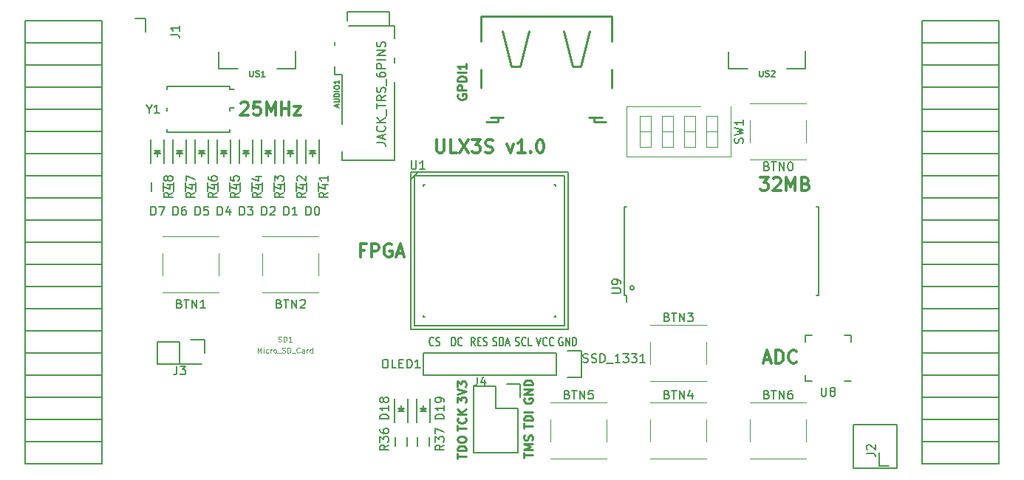
<source format=gto>
G04 #@! TF.FileFunction,Legend,Top*
%FSLAX46Y46*%
G04 Gerber Fmt 4.6, Leading zero omitted, Abs format (unit mm)*
G04 Created by KiCad (PCBNEW 4.0.7+dfsg1-1) date Wed Oct 11 15:56:21 2017*
%MOMM*%
%LPD*%
G01*
G04 APERTURE LIST*
%ADD10C,0.100000*%
%ADD11C,0.300000*%
%ADD12C,0.250000*%
%ADD13C,0.150000*%
%ADD14C,0.254000*%
%ADD15C,0.120000*%
%ADD16C,0.152400*%
%ADD17C,0.124460*%
G04 APERTURE END LIST*
D10*
D11*
X132442858Y-75076571D02*
X132442858Y-76290857D01*
X132514286Y-76433714D01*
X132585715Y-76505143D01*
X132728572Y-76576571D01*
X133014286Y-76576571D01*
X133157144Y-76505143D01*
X133228572Y-76433714D01*
X133300001Y-76290857D01*
X133300001Y-75076571D01*
X134728573Y-76576571D02*
X134014287Y-76576571D01*
X134014287Y-75076571D01*
X135085716Y-75076571D02*
X136085716Y-76576571D01*
X136085716Y-75076571D02*
X135085716Y-76576571D01*
X136514287Y-75076571D02*
X137442858Y-75076571D01*
X136942858Y-75648000D01*
X137157144Y-75648000D01*
X137300001Y-75719429D01*
X137371430Y-75790857D01*
X137442858Y-75933714D01*
X137442858Y-76290857D01*
X137371430Y-76433714D01*
X137300001Y-76505143D01*
X137157144Y-76576571D01*
X136728572Y-76576571D01*
X136585715Y-76505143D01*
X136514287Y-76433714D01*
X138014286Y-76505143D02*
X138228572Y-76576571D01*
X138585715Y-76576571D01*
X138728572Y-76505143D01*
X138800001Y-76433714D01*
X138871429Y-76290857D01*
X138871429Y-76148000D01*
X138800001Y-76005143D01*
X138728572Y-75933714D01*
X138585715Y-75862286D01*
X138300001Y-75790857D01*
X138157143Y-75719429D01*
X138085715Y-75648000D01*
X138014286Y-75505143D01*
X138014286Y-75362286D01*
X138085715Y-75219429D01*
X138157143Y-75148000D01*
X138300001Y-75076571D01*
X138657143Y-75076571D01*
X138871429Y-75148000D01*
X140514286Y-75576571D02*
X140871429Y-76576571D01*
X141228571Y-75576571D01*
X142585714Y-76576571D02*
X141728571Y-76576571D01*
X142157143Y-76576571D02*
X142157143Y-75076571D01*
X142014286Y-75290857D01*
X141871428Y-75433714D01*
X141728571Y-75505143D01*
X143228571Y-76433714D02*
X143299999Y-76505143D01*
X143228571Y-76576571D01*
X143157142Y-76505143D01*
X143228571Y-76433714D01*
X143228571Y-76576571D01*
X144228571Y-75076571D02*
X144371428Y-75076571D01*
X144514285Y-75148000D01*
X144585714Y-75219429D01*
X144657143Y-75362286D01*
X144728571Y-75648000D01*
X144728571Y-76005143D01*
X144657143Y-76290857D01*
X144585714Y-76433714D01*
X144514285Y-76505143D01*
X144371428Y-76576571D01*
X144228571Y-76576571D01*
X144085714Y-76505143D01*
X144014285Y-76433714D01*
X143942857Y-76290857D01*
X143871428Y-76005143D01*
X143871428Y-75648000D01*
X143942857Y-75362286D01*
X144014285Y-75219429D01*
X144085714Y-75148000D01*
X144228571Y-75076571D01*
X124175429Y-87728857D02*
X123675429Y-87728857D01*
X123675429Y-88514571D02*
X123675429Y-87014571D01*
X124389715Y-87014571D01*
X124961143Y-88514571D02*
X124961143Y-87014571D01*
X125532571Y-87014571D01*
X125675429Y-87086000D01*
X125746857Y-87157429D01*
X125818286Y-87300286D01*
X125818286Y-87514571D01*
X125746857Y-87657429D01*
X125675429Y-87728857D01*
X125532571Y-87800286D01*
X124961143Y-87800286D01*
X127246857Y-87086000D02*
X127104000Y-87014571D01*
X126889714Y-87014571D01*
X126675429Y-87086000D01*
X126532571Y-87228857D01*
X126461143Y-87371714D01*
X126389714Y-87657429D01*
X126389714Y-87871714D01*
X126461143Y-88157429D01*
X126532571Y-88300286D01*
X126675429Y-88443143D01*
X126889714Y-88514571D01*
X127032571Y-88514571D01*
X127246857Y-88443143D01*
X127318286Y-88371714D01*
X127318286Y-87871714D01*
X127032571Y-87871714D01*
X127889714Y-88086000D02*
X128604000Y-88086000D01*
X127746857Y-88514571D02*
X128246857Y-87014571D01*
X128746857Y-88514571D01*
X169510572Y-79394571D02*
X170439143Y-79394571D01*
X169939143Y-79966000D01*
X170153429Y-79966000D01*
X170296286Y-80037429D01*
X170367715Y-80108857D01*
X170439143Y-80251714D01*
X170439143Y-80608857D01*
X170367715Y-80751714D01*
X170296286Y-80823143D01*
X170153429Y-80894571D01*
X169724857Y-80894571D01*
X169582000Y-80823143D01*
X169510572Y-80751714D01*
X171010571Y-79537429D02*
X171082000Y-79466000D01*
X171224857Y-79394571D01*
X171582000Y-79394571D01*
X171724857Y-79466000D01*
X171796286Y-79537429D01*
X171867714Y-79680286D01*
X171867714Y-79823143D01*
X171796286Y-80037429D01*
X170939143Y-80894571D01*
X171867714Y-80894571D01*
X172510571Y-80894571D02*
X172510571Y-79394571D01*
X173010571Y-80466000D01*
X173510571Y-79394571D01*
X173510571Y-80894571D01*
X174724857Y-80108857D02*
X174939143Y-80180286D01*
X175010571Y-80251714D01*
X175082000Y-80394571D01*
X175082000Y-80608857D01*
X175010571Y-80751714D01*
X174939143Y-80823143D01*
X174796285Y-80894571D01*
X174224857Y-80894571D01*
X174224857Y-79394571D01*
X174724857Y-79394571D01*
X174867714Y-79466000D01*
X174939143Y-79537429D01*
X175010571Y-79680286D01*
X175010571Y-79823143D01*
X174939143Y-79966000D01*
X174867714Y-80037429D01*
X174724857Y-80108857D01*
X174224857Y-80108857D01*
X169966857Y-100278000D02*
X170681143Y-100278000D01*
X169824000Y-100706571D02*
X170324000Y-99206571D01*
X170824000Y-100706571D01*
X171324000Y-100706571D02*
X171324000Y-99206571D01*
X171681143Y-99206571D01*
X171895428Y-99278000D01*
X172038286Y-99420857D01*
X172109714Y-99563714D01*
X172181143Y-99849429D01*
X172181143Y-100063714D01*
X172109714Y-100349429D01*
X172038286Y-100492286D01*
X171895428Y-100635143D01*
X171681143Y-100706571D01*
X171324000Y-100706571D01*
X173681143Y-100563714D02*
X173609714Y-100635143D01*
X173395428Y-100706571D01*
X173252571Y-100706571D01*
X173038286Y-100635143D01*
X172895428Y-100492286D01*
X172824000Y-100349429D01*
X172752571Y-100063714D01*
X172752571Y-99849429D01*
X172824000Y-99563714D01*
X172895428Y-99420857D01*
X173038286Y-99278000D01*
X173252571Y-99206571D01*
X173395428Y-99206571D01*
X173609714Y-99278000D01*
X173681143Y-99349429D01*
X110011143Y-70901429D02*
X110082572Y-70830000D01*
X110225429Y-70758571D01*
X110582572Y-70758571D01*
X110725429Y-70830000D01*
X110796858Y-70901429D01*
X110868286Y-71044286D01*
X110868286Y-71187143D01*
X110796858Y-71401429D01*
X109939715Y-72258571D01*
X110868286Y-72258571D01*
X112225429Y-70758571D02*
X111511143Y-70758571D01*
X111439714Y-71472857D01*
X111511143Y-71401429D01*
X111654000Y-71330000D01*
X112011143Y-71330000D01*
X112154000Y-71401429D01*
X112225429Y-71472857D01*
X112296857Y-71615714D01*
X112296857Y-71972857D01*
X112225429Y-72115714D01*
X112154000Y-72187143D01*
X112011143Y-72258571D01*
X111654000Y-72258571D01*
X111511143Y-72187143D01*
X111439714Y-72115714D01*
X112939714Y-72258571D02*
X112939714Y-70758571D01*
X113439714Y-71830000D01*
X113939714Y-70758571D01*
X113939714Y-72258571D01*
X114654000Y-72258571D02*
X114654000Y-70758571D01*
X114654000Y-71472857D02*
X115511143Y-71472857D01*
X115511143Y-72258571D02*
X115511143Y-70758571D01*
X116082572Y-71258571D02*
X116868286Y-71258571D01*
X116082572Y-72258571D01*
X116868286Y-72258571D01*
D12*
X142447381Y-111521333D02*
X142447381Y-110949904D01*
X143447381Y-111235619D02*
X142447381Y-111235619D01*
X143447381Y-110616571D02*
X142447381Y-110616571D01*
X143161667Y-110283237D01*
X142447381Y-109949904D01*
X143447381Y-109949904D01*
X143399762Y-109521333D02*
X143447381Y-109378476D01*
X143447381Y-109140380D01*
X143399762Y-109045142D01*
X143352143Y-108997523D01*
X143256905Y-108949904D01*
X143161667Y-108949904D01*
X143066429Y-108997523D01*
X143018810Y-109045142D01*
X142971190Y-109140380D01*
X142923571Y-109330857D01*
X142875952Y-109426095D01*
X142828333Y-109473714D01*
X142733095Y-109521333D01*
X142637857Y-109521333D01*
X142542619Y-109473714D01*
X142495000Y-109426095D01*
X142447381Y-109330857D01*
X142447381Y-109092761D01*
X142495000Y-108949904D01*
X142447381Y-108163809D02*
X142447381Y-107592380D01*
X143447381Y-107878095D02*
X142447381Y-107878095D01*
X143447381Y-107259047D02*
X142447381Y-107259047D01*
X142447381Y-107020952D01*
X142495000Y-106878094D01*
X142590238Y-106782856D01*
X142685476Y-106735237D01*
X142875952Y-106687618D01*
X143018810Y-106687618D01*
X143209286Y-106735237D01*
X143304524Y-106782856D01*
X143399762Y-106878094D01*
X143447381Y-107020952D01*
X143447381Y-107259047D01*
X143447381Y-106259047D02*
X142447381Y-106259047D01*
X142495000Y-104726904D02*
X142447381Y-104822142D01*
X142447381Y-104964999D01*
X142495000Y-105107857D01*
X142590238Y-105203095D01*
X142685476Y-105250714D01*
X142875952Y-105298333D01*
X143018810Y-105298333D01*
X143209286Y-105250714D01*
X143304524Y-105203095D01*
X143399762Y-105107857D01*
X143447381Y-104964999D01*
X143447381Y-104869761D01*
X143399762Y-104726904D01*
X143352143Y-104679285D01*
X143018810Y-104679285D01*
X143018810Y-104869761D01*
X143447381Y-104250714D02*
X142447381Y-104250714D01*
X143447381Y-103679285D01*
X142447381Y-103679285D01*
X143447381Y-103203095D02*
X142447381Y-103203095D01*
X142447381Y-102965000D01*
X142495000Y-102822142D01*
X142590238Y-102726904D01*
X142685476Y-102679285D01*
X142875952Y-102631666D01*
X143018810Y-102631666D01*
X143209286Y-102679285D01*
X143304524Y-102726904D01*
X143399762Y-102822142D01*
X143447381Y-102965000D01*
X143447381Y-103203095D01*
X134827381Y-111624524D02*
X134827381Y-111053095D01*
X135827381Y-111338810D02*
X134827381Y-111338810D01*
X135827381Y-110719762D02*
X134827381Y-110719762D01*
X134827381Y-110481667D01*
X134875000Y-110338809D01*
X134970238Y-110243571D01*
X135065476Y-110195952D01*
X135255952Y-110148333D01*
X135398810Y-110148333D01*
X135589286Y-110195952D01*
X135684524Y-110243571D01*
X135779762Y-110338809D01*
X135827381Y-110481667D01*
X135827381Y-110719762D01*
X134827381Y-109529286D02*
X134827381Y-109338809D01*
X134875000Y-109243571D01*
X134970238Y-109148333D01*
X135160714Y-109100714D01*
X135494048Y-109100714D01*
X135684524Y-109148333D01*
X135779762Y-109243571D01*
X135827381Y-109338809D01*
X135827381Y-109529286D01*
X135779762Y-109624524D01*
X135684524Y-109719762D01*
X135494048Y-109767381D01*
X135160714Y-109767381D01*
X134970238Y-109719762D01*
X134875000Y-109624524D01*
X134827381Y-109529286D01*
X134827381Y-108425714D02*
X134827381Y-107854285D01*
X135827381Y-108140000D02*
X134827381Y-108140000D01*
X135732143Y-106949523D02*
X135779762Y-106997142D01*
X135827381Y-107139999D01*
X135827381Y-107235237D01*
X135779762Y-107378095D01*
X135684524Y-107473333D01*
X135589286Y-107520952D01*
X135398810Y-107568571D01*
X135255952Y-107568571D01*
X135065476Y-107520952D01*
X134970238Y-107473333D01*
X134875000Y-107378095D01*
X134827381Y-107235237D01*
X134827381Y-107139999D01*
X134875000Y-106997142D01*
X134922619Y-106949523D01*
X135827381Y-106520952D02*
X134827381Y-106520952D01*
X135827381Y-105949523D02*
X135255952Y-106378095D01*
X134827381Y-105949523D02*
X135398810Y-106520952D01*
X134827381Y-105203095D02*
X134827381Y-104584047D01*
X135208333Y-104917381D01*
X135208333Y-104774523D01*
X135255952Y-104679285D01*
X135303571Y-104631666D01*
X135398810Y-104584047D01*
X135636905Y-104584047D01*
X135732143Y-104631666D01*
X135779762Y-104679285D01*
X135827381Y-104774523D01*
X135827381Y-105060238D01*
X135779762Y-105155476D01*
X135732143Y-105203095D01*
X134827381Y-104298333D02*
X135827381Y-103965000D01*
X134827381Y-103631666D01*
X134827381Y-103393571D02*
X134827381Y-102774523D01*
X135208333Y-103107857D01*
X135208333Y-102964999D01*
X135255952Y-102869761D01*
X135303571Y-102822142D01*
X135398810Y-102774523D01*
X135636905Y-102774523D01*
X135732143Y-102822142D01*
X135779762Y-102869761D01*
X135827381Y-102964999D01*
X135827381Y-103250714D01*
X135779762Y-103345952D01*
X135732143Y-103393571D01*
D13*
X117480000Y-75060000D02*
X117480000Y-77760000D01*
X118980000Y-75060000D02*
X118980000Y-77760000D01*
X118080000Y-76560000D02*
X118330000Y-76560000D01*
X118330000Y-76560000D02*
X118180000Y-76410000D01*
X118580000Y-76310000D02*
X117880000Y-76310000D01*
X118230000Y-76660000D02*
X118230000Y-77010000D01*
X118230000Y-76310000D02*
X118580000Y-76660000D01*
X118580000Y-76660000D02*
X117880000Y-76660000D01*
X117880000Y-76660000D02*
X118230000Y-76310000D01*
X114940000Y-75060000D02*
X114940000Y-77760000D01*
X116440000Y-75060000D02*
X116440000Y-77760000D01*
X115540000Y-76560000D02*
X115790000Y-76560000D01*
X115790000Y-76560000D02*
X115640000Y-76410000D01*
X116040000Y-76310000D02*
X115340000Y-76310000D01*
X115690000Y-76660000D02*
X115690000Y-77010000D01*
X115690000Y-76310000D02*
X116040000Y-76660000D01*
X116040000Y-76660000D02*
X115340000Y-76660000D01*
X115340000Y-76660000D02*
X115690000Y-76310000D01*
X112400000Y-75060000D02*
X112400000Y-77760000D01*
X113900000Y-75060000D02*
X113900000Y-77760000D01*
X113000000Y-76560000D02*
X113250000Y-76560000D01*
X113250000Y-76560000D02*
X113100000Y-76410000D01*
X113500000Y-76310000D02*
X112800000Y-76310000D01*
X113150000Y-76660000D02*
X113150000Y-77010000D01*
X113150000Y-76310000D02*
X113500000Y-76660000D01*
X113500000Y-76660000D02*
X112800000Y-76660000D01*
X112800000Y-76660000D02*
X113150000Y-76310000D01*
X109860000Y-75060000D02*
X109860000Y-77760000D01*
X111360000Y-75060000D02*
X111360000Y-77760000D01*
X110460000Y-76560000D02*
X110710000Y-76560000D01*
X110710000Y-76560000D02*
X110560000Y-76410000D01*
X110960000Y-76310000D02*
X110260000Y-76310000D01*
X110610000Y-76660000D02*
X110610000Y-77010000D01*
X110610000Y-76310000D02*
X110960000Y-76660000D01*
X110960000Y-76660000D02*
X110260000Y-76660000D01*
X110260000Y-76660000D02*
X110610000Y-76310000D01*
X107320000Y-75060000D02*
X107320000Y-77760000D01*
X108820000Y-75060000D02*
X108820000Y-77760000D01*
X107920000Y-76560000D02*
X108170000Y-76560000D01*
X108170000Y-76560000D02*
X108020000Y-76410000D01*
X108420000Y-76310000D02*
X107720000Y-76310000D01*
X108070000Y-76660000D02*
X108070000Y-77010000D01*
X108070000Y-76310000D02*
X108420000Y-76660000D01*
X108420000Y-76660000D02*
X107720000Y-76660000D01*
X107720000Y-76660000D02*
X108070000Y-76310000D01*
X104780000Y-75060000D02*
X104780000Y-77760000D01*
X106280000Y-75060000D02*
X106280000Y-77760000D01*
X105380000Y-76560000D02*
X105630000Y-76560000D01*
X105630000Y-76560000D02*
X105480000Y-76410000D01*
X105880000Y-76310000D02*
X105180000Y-76310000D01*
X105530000Y-76660000D02*
X105530000Y-77010000D01*
X105530000Y-76310000D02*
X105880000Y-76660000D01*
X105880000Y-76660000D02*
X105180000Y-76660000D01*
X105180000Y-76660000D02*
X105530000Y-76310000D01*
X102240000Y-75060000D02*
X102240000Y-77760000D01*
X103740000Y-75060000D02*
X103740000Y-77760000D01*
X102840000Y-76560000D02*
X103090000Y-76560000D01*
X103090000Y-76560000D02*
X102940000Y-76410000D01*
X103340000Y-76310000D02*
X102640000Y-76310000D01*
X102990000Y-76660000D02*
X102990000Y-77010000D01*
X102990000Y-76310000D02*
X103340000Y-76660000D01*
X103340000Y-76660000D02*
X102640000Y-76660000D01*
X102640000Y-76660000D02*
X102990000Y-76310000D01*
X99700000Y-75060000D02*
X99700000Y-77760000D01*
X101200000Y-75060000D02*
X101200000Y-77760000D01*
X100300000Y-76560000D02*
X100550000Y-76560000D01*
X100550000Y-76560000D02*
X100400000Y-76410000D01*
X100800000Y-76310000D02*
X100100000Y-76310000D01*
X100450000Y-76660000D02*
X100450000Y-77010000D01*
X100450000Y-76310000D02*
X100800000Y-76660000D01*
X100800000Y-76660000D02*
X100100000Y-76660000D01*
X100100000Y-76660000D02*
X100450000Y-76310000D01*
X176180000Y-92880000D02*
X175980000Y-92880000D01*
X176180000Y-82720000D02*
X175980000Y-82720000D01*
X155080000Y-92050000D02*
G75*
G03X155080000Y-92050000I-250000J0D01*
G01*
X154180000Y-92880000D02*
X154180000Y-93700000D01*
X153980000Y-92880000D02*
X154180000Y-92880000D01*
X153980000Y-82720000D02*
X154180000Y-82720000D01*
X176190000Y-82720000D02*
X176190000Y-92880000D01*
X153970000Y-92880000D02*
X153970000Y-82720000D01*
X85270000Y-112220000D02*
X94100000Y-112220000D01*
X85270000Y-109680000D02*
X85270000Y-112220000D01*
X94100000Y-109680000D02*
X94100000Y-112220000D01*
X94100000Y-112220000D02*
X85270000Y-112220000D01*
X94100000Y-109680000D02*
X85270000Y-109680000D01*
X94100000Y-107140000D02*
X94100000Y-109680000D01*
X85270000Y-107140000D02*
X85270000Y-109680000D01*
X85270000Y-109680000D02*
X94100000Y-109680000D01*
X85270000Y-91900000D02*
X94100000Y-91900000D01*
X85270000Y-89360000D02*
X85270000Y-91900000D01*
X94100000Y-89360000D02*
X94100000Y-91900000D01*
X94100000Y-91900000D02*
X85270000Y-91900000D01*
X94100000Y-94440000D02*
X85270000Y-94440000D01*
X94100000Y-91900000D02*
X94100000Y-94440000D01*
X85270000Y-91900000D02*
X85270000Y-94440000D01*
X85270000Y-94440000D02*
X94100000Y-94440000D01*
X85270000Y-107140000D02*
X94100000Y-107140000D01*
X85270000Y-104600000D02*
X85270000Y-107140000D01*
X94100000Y-104600000D02*
X94100000Y-107140000D01*
X94100000Y-107140000D02*
X85270000Y-107140000D01*
X94100000Y-104600000D02*
X85270000Y-104600000D01*
X94100000Y-102060000D02*
X94100000Y-104600000D01*
X85270000Y-102060000D02*
X85270000Y-104600000D01*
X85270000Y-104600000D02*
X94100000Y-104600000D01*
X85270000Y-102060000D02*
X94100000Y-102060000D01*
X85270000Y-99520000D02*
X85270000Y-102060000D01*
X94100000Y-99520000D02*
X94100000Y-102060000D01*
X94100000Y-102060000D02*
X85270000Y-102060000D01*
X94100000Y-99520000D02*
X85270000Y-99520000D01*
X94100000Y-96980000D02*
X94100000Y-99520000D01*
X85270000Y-96980000D02*
X85270000Y-99520000D01*
X85270000Y-99520000D02*
X94100000Y-99520000D01*
X85270000Y-96980000D02*
X94100000Y-96980000D01*
X85270000Y-94440000D02*
X85270000Y-96980000D01*
X94100000Y-94440000D02*
X94100000Y-96980000D01*
X94100000Y-96980000D02*
X85270000Y-96980000D01*
X94100000Y-79200000D02*
X85270000Y-79200000D01*
X94100000Y-76660000D02*
X94100000Y-79200000D01*
X85270000Y-76660000D02*
X85270000Y-79200000D01*
X85270000Y-79200000D02*
X94100000Y-79200000D01*
X85270000Y-81740000D02*
X94100000Y-81740000D01*
X85270000Y-79200000D02*
X85270000Y-81740000D01*
X94100000Y-79200000D02*
X94100000Y-81740000D01*
X94100000Y-81740000D02*
X85270000Y-81740000D01*
X94100000Y-84280000D02*
X85270000Y-84280000D01*
X94100000Y-81740000D02*
X94100000Y-84280000D01*
X85270000Y-81740000D02*
X85270000Y-84280000D01*
X85270000Y-84280000D02*
X94100000Y-84280000D01*
X85270000Y-86820000D02*
X94100000Y-86820000D01*
X85270000Y-84280000D02*
X85270000Y-86820000D01*
X94100000Y-84280000D02*
X94100000Y-86820000D01*
X94100000Y-86820000D02*
X85270000Y-86820000D01*
X94100000Y-89360000D02*
X85270000Y-89360000D01*
X94100000Y-86820000D02*
X94100000Y-89360000D01*
X85270000Y-86820000D02*
X85270000Y-89360000D01*
X85270000Y-89360000D02*
X94100000Y-89360000D01*
X85270000Y-76660000D02*
X94100000Y-76660000D01*
X85270000Y-74120000D02*
X85270000Y-76660000D01*
X94100000Y-74120000D02*
X94100000Y-76660000D01*
X94100000Y-76660000D02*
X85270000Y-76660000D01*
X94100000Y-74120000D02*
X85270000Y-74120000D01*
X94100000Y-71580000D02*
X94100000Y-74120000D01*
X85270000Y-71580000D02*
X85270000Y-74120000D01*
X85270000Y-74120000D02*
X94100000Y-74120000D01*
X85270000Y-71580000D02*
X94100000Y-71580000D01*
X85270000Y-69040000D02*
X85270000Y-71580000D01*
X94100000Y-69040000D02*
X94100000Y-71580000D01*
X94100000Y-71580000D02*
X85270000Y-71580000D01*
X94100000Y-69040000D02*
X85270000Y-69040000D01*
X94100000Y-66500000D02*
X94100000Y-69040000D01*
X85270000Y-66500000D02*
X85270000Y-69040000D01*
X85270000Y-69040000D02*
X94100000Y-69040000D01*
X85270000Y-66500000D02*
X94100000Y-66500000D01*
X85270000Y-63960000D02*
X85270000Y-66500000D01*
X94100000Y-63960000D02*
X94100000Y-66500000D01*
X94100000Y-66500000D02*
X85270000Y-66500000D01*
X94100000Y-63960000D02*
X85270000Y-63960000D01*
X94100000Y-61420000D02*
X94100000Y-63960000D01*
X99060000Y-62690000D02*
X99060000Y-61140000D01*
X99060000Y-61140000D02*
X97910000Y-61140000D01*
X94100000Y-61420000D02*
X85270000Y-61420000D01*
X85270000Y-61420000D02*
X85270000Y-63960000D01*
X85270000Y-63960000D02*
X94100000Y-63960000D01*
X196910000Y-61420000D02*
X188080000Y-61420000D01*
X196910000Y-63960000D02*
X196910000Y-61420000D01*
X188080000Y-63960000D02*
X188080000Y-61420000D01*
X188080000Y-61420000D02*
X196910000Y-61420000D01*
X188080000Y-63960000D02*
X196910000Y-63960000D01*
X188080000Y-66500000D02*
X188080000Y-63960000D01*
X196910000Y-66500000D02*
X196910000Y-63960000D01*
X196910000Y-63960000D02*
X188080000Y-63960000D01*
X196910000Y-81740000D02*
X188080000Y-81740000D01*
X196910000Y-84280000D02*
X196910000Y-81740000D01*
X188080000Y-84280000D02*
X188080000Y-81740000D01*
X188080000Y-81740000D02*
X196910000Y-81740000D01*
X188080000Y-79200000D02*
X196910000Y-79200000D01*
X188080000Y-81740000D02*
X188080000Y-79200000D01*
X196910000Y-81740000D02*
X196910000Y-79200000D01*
X196910000Y-79200000D02*
X188080000Y-79200000D01*
X196910000Y-66500000D02*
X188080000Y-66500000D01*
X196910000Y-69040000D02*
X196910000Y-66500000D01*
X188080000Y-69040000D02*
X188080000Y-66500000D01*
X188080000Y-66500000D02*
X196910000Y-66500000D01*
X188080000Y-69040000D02*
X196910000Y-69040000D01*
X188080000Y-71580000D02*
X188080000Y-69040000D01*
X196910000Y-71580000D02*
X196910000Y-69040000D01*
X196910000Y-69040000D02*
X188080000Y-69040000D01*
X196910000Y-71580000D02*
X188080000Y-71580000D01*
X196910000Y-74120000D02*
X196910000Y-71580000D01*
X188080000Y-74120000D02*
X188080000Y-71580000D01*
X188080000Y-71580000D02*
X196910000Y-71580000D01*
X188080000Y-74120000D02*
X196910000Y-74120000D01*
X188080000Y-76660000D02*
X188080000Y-74120000D01*
X196910000Y-76660000D02*
X196910000Y-74120000D01*
X196910000Y-74120000D02*
X188080000Y-74120000D01*
X196910000Y-76660000D02*
X188080000Y-76660000D01*
X196910000Y-79200000D02*
X196910000Y-76660000D01*
X188080000Y-79200000D02*
X188080000Y-76660000D01*
X188080000Y-76660000D02*
X196910000Y-76660000D01*
X188080000Y-94440000D02*
X196910000Y-94440000D01*
X188080000Y-96980000D02*
X188080000Y-94440000D01*
X196910000Y-96980000D02*
X196910000Y-94440000D01*
X196910000Y-94440000D02*
X188080000Y-94440000D01*
X196910000Y-91900000D02*
X188080000Y-91900000D01*
X196910000Y-94440000D02*
X196910000Y-91900000D01*
X188080000Y-94440000D02*
X188080000Y-91900000D01*
X188080000Y-91900000D02*
X196910000Y-91900000D01*
X188080000Y-89360000D02*
X196910000Y-89360000D01*
X188080000Y-91900000D02*
X188080000Y-89360000D01*
X196910000Y-91900000D02*
X196910000Y-89360000D01*
X196910000Y-89360000D02*
X188080000Y-89360000D01*
X196910000Y-86820000D02*
X188080000Y-86820000D01*
X196910000Y-89360000D02*
X196910000Y-86820000D01*
X188080000Y-89360000D02*
X188080000Y-86820000D01*
X188080000Y-86820000D02*
X196910000Y-86820000D01*
X188080000Y-84280000D02*
X196910000Y-84280000D01*
X188080000Y-86820000D02*
X188080000Y-84280000D01*
X196910000Y-86820000D02*
X196910000Y-84280000D01*
X196910000Y-84280000D02*
X188080000Y-84280000D01*
X196910000Y-96980000D02*
X188080000Y-96980000D01*
X196910000Y-99520000D02*
X196910000Y-96980000D01*
X188080000Y-99520000D02*
X188080000Y-96980000D01*
X188080000Y-96980000D02*
X196910000Y-96980000D01*
X188080000Y-99520000D02*
X196910000Y-99520000D01*
X188080000Y-102060000D02*
X188080000Y-99520000D01*
X196910000Y-102060000D02*
X196910000Y-99520000D01*
X196910000Y-99520000D02*
X188080000Y-99520000D01*
X196910000Y-102060000D02*
X188080000Y-102060000D01*
X196910000Y-104600000D02*
X196910000Y-102060000D01*
X188080000Y-104600000D02*
X188080000Y-102060000D01*
X188080000Y-102060000D02*
X196910000Y-102060000D01*
X188080000Y-104600000D02*
X196910000Y-104600000D01*
X188080000Y-107140000D02*
X188080000Y-104600000D01*
X196910000Y-107140000D02*
X196910000Y-104600000D01*
X196910000Y-104600000D02*
X188080000Y-104600000D01*
X196910000Y-107140000D02*
X188080000Y-107140000D01*
X196910000Y-109680000D02*
X196910000Y-107140000D01*
X188080000Y-109680000D02*
X188080000Y-107140000D01*
X188080000Y-107140000D02*
X196910000Y-107140000D01*
X188080000Y-109680000D02*
X196910000Y-109680000D01*
X188080000Y-112220000D02*
X188080000Y-109680000D01*
X183120000Y-110950000D02*
X183120000Y-112500000D01*
X183120000Y-112500000D02*
X184270000Y-112500000D01*
X188080000Y-112220000D02*
X196910000Y-112220000D01*
X196910000Y-112220000D02*
X196910000Y-109680000D01*
X196910000Y-109680000D02*
X188080000Y-109680000D01*
X108724000Y-69280000D02*
X109274000Y-69280000D01*
X101524000Y-68980000D02*
X101524000Y-69280000D01*
X101524000Y-74180000D02*
X101524000Y-73880000D01*
X108724000Y-74180000D02*
X108724000Y-73880000D01*
X108724000Y-68980000D02*
X108724000Y-69280000D01*
X108724000Y-68980000D02*
X101524000Y-68980000D01*
X108724000Y-71380000D02*
X109274000Y-71380000D01*
X108724000Y-74180000D02*
X101524000Y-74180000D01*
X101524000Y-71380000D02*
X101524000Y-71780000D01*
X108724000Y-71380000D02*
X108724000Y-71780000D01*
X105810000Y-99520000D02*
X105810000Y-97970000D01*
X102990000Y-100790000D02*
X105530000Y-100790000D01*
X105810000Y-97970000D02*
X104260000Y-97970000D01*
X100450000Y-100790000D02*
X102990000Y-100790000D01*
X102990000Y-100790000D02*
X102990000Y-98250000D01*
X102990000Y-98250000D02*
X100450000Y-98250000D01*
X100450000Y-98250000D02*
X100450000Y-100790000D01*
X129140000Y-107470000D02*
X129140000Y-104770000D01*
X127640000Y-107470000D02*
X127640000Y-104770000D01*
X128540000Y-105970000D02*
X128290000Y-105970000D01*
X128290000Y-105970000D02*
X128440000Y-106120000D01*
X128040000Y-106220000D02*
X128740000Y-106220000D01*
X128390000Y-105870000D02*
X128390000Y-105520000D01*
X128390000Y-106220000D02*
X128040000Y-105870000D01*
X128040000Y-105870000D02*
X128740000Y-105870000D01*
X128740000Y-105870000D02*
X128390000Y-106220000D01*
X131680000Y-107470000D02*
X131680000Y-104770000D01*
X130180000Y-107470000D02*
X130180000Y-104770000D01*
X131080000Y-105970000D02*
X130830000Y-105970000D01*
X130830000Y-105970000D02*
X130980000Y-106120000D01*
X130580000Y-106220000D02*
X131280000Y-106220000D01*
X130930000Y-105870000D02*
X130930000Y-105520000D01*
X130930000Y-106220000D02*
X130580000Y-105870000D01*
X130580000Y-105870000D02*
X131280000Y-105870000D01*
X131280000Y-105870000D02*
X130930000Y-106220000D01*
X127715000Y-110180000D02*
X127715000Y-109180000D01*
X129065000Y-109180000D02*
X129065000Y-110180000D01*
X131605000Y-109180000D02*
X131605000Y-110180000D01*
X130255000Y-110180000D02*
X130255000Y-109180000D01*
X116280000Y-64925000D02*
X116280000Y-66925000D01*
X116280000Y-66925000D02*
X114130000Y-66925000D01*
X109630000Y-66925000D02*
X107480000Y-66925000D01*
X107480000Y-66925000D02*
X107480000Y-64975000D01*
X174700000Y-64925000D02*
X174700000Y-66925000D01*
X174700000Y-66925000D02*
X172550000Y-66925000D01*
X168050000Y-66925000D02*
X165900000Y-66925000D01*
X165900000Y-66925000D02*
X165900000Y-64975000D01*
X141725000Y-110950000D02*
X141725000Y-105870000D01*
X142005000Y-103050000D02*
X142005000Y-104600000D01*
X139185000Y-103330000D02*
X139185000Y-105870000D01*
X139185000Y-105870000D02*
X141725000Y-105870000D01*
X141725000Y-110950000D02*
X136645000Y-110950000D01*
X136645000Y-110950000D02*
X136645000Y-105870000D01*
X142005000Y-103050000D02*
X140455000Y-103050000D01*
X136645000Y-103330000D02*
X139185000Y-103330000D01*
X136645000Y-105870000D02*
X136645000Y-103330000D01*
X118905000Y-79970000D02*
X118905000Y-80970000D01*
X117555000Y-80970000D02*
X117555000Y-79970000D01*
X116365000Y-79970000D02*
X116365000Y-80970000D01*
X115015000Y-80970000D02*
X115015000Y-79970000D01*
X113825000Y-79970000D02*
X113825000Y-80970000D01*
X112475000Y-80970000D02*
X112475000Y-79970000D01*
X111285000Y-79970000D02*
X111285000Y-80970000D01*
X109935000Y-80970000D02*
X109935000Y-79970000D01*
X108745000Y-79970000D02*
X108745000Y-80970000D01*
X107395000Y-80970000D02*
X107395000Y-79970000D01*
X106205000Y-79970000D02*
X106205000Y-80970000D01*
X104855000Y-80970000D02*
X104855000Y-79970000D01*
X103665000Y-79970000D02*
X103665000Y-80970000D01*
X102315000Y-80970000D02*
X102315000Y-79970000D01*
X101125000Y-79970000D02*
X101125000Y-80970000D01*
X99775000Y-80970000D02*
X99775000Y-79970000D01*
X174660000Y-102780000D02*
X174660000Y-102030000D01*
X179910000Y-97530000D02*
X179910000Y-98280000D01*
X174660000Y-97530000D02*
X174660000Y-98280000D01*
X179910000Y-102780000D02*
X179160000Y-102780000D01*
X179910000Y-97530000D02*
X179160000Y-97530000D01*
X174660000Y-97530000D02*
X175410000Y-97530000D01*
X174660000Y-102780000D02*
X175410000Y-102780000D01*
X180180640Y-107700640D02*
X185179360Y-107700640D01*
X185179360Y-107700640D02*
X185179360Y-112699360D01*
X185179360Y-112699360D02*
X180180640Y-112699360D01*
X180180640Y-112699360D02*
X180180640Y-107700640D01*
X146170000Y-99520000D02*
X130930000Y-99520000D01*
X130930000Y-99520000D02*
X130930000Y-102060000D01*
X130930000Y-102060000D02*
X146170000Y-102060000D01*
X148990000Y-99240000D02*
X147440000Y-99240000D01*
X146170000Y-99520000D02*
X146170000Y-102060000D01*
X147440000Y-102340000D02*
X148990000Y-102340000D01*
X148990000Y-102340000D02*
X148990000Y-99240000D01*
X122180000Y-60440000D02*
X122180000Y-61440000D01*
X126980000Y-60440000D02*
X122180000Y-60440000D01*
X126980000Y-62040000D02*
X126980000Y-60440000D01*
X127580000Y-62040000D02*
X122380000Y-62040000D01*
X120780000Y-64240000D02*
X120780000Y-63840000D01*
X120780000Y-67640000D02*
X120780000Y-66640000D01*
X121580000Y-67640000D02*
X120780000Y-67640000D01*
X121580000Y-73240000D02*
X121580000Y-67640000D01*
X121580000Y-77440000D02*
X121580000Y-76440000D01*
X127580000Y-77440000D02*
X121580000Y-77440000D01*
X127580000Y-68440000D02*
X127580000Y-77440000D01*
X127580000Y-65640000D02*
X127580000Y-66240000D01*
X127580000Y-62040000D02*
X127580000Y-63440000D01*
D14*
X151378260Y-72548160D02*
X150479100Y-72548160D01*
X150479100Y-72548160D02*
X149879660Y-72548160D01*
X140080340Y-72548160D02*
X139480900Y-72548160D01*
X139480900Y-72548160D02*
X138581740Y-72548160D01*
X137481920Y-69149640D02*
X137481920Y-66998260D01*
X137481920Y-63800400D02*
X137481920Y-60892100D01*
X137481920Y-60892100D02*
X152478080Y-60892100D01*
X152478080Y-60892100D02*
X152478080Y-63800400D01*
X152478080Y-66998260D02*
X152478080Y-69149640D01*
X138106760Y-73048540D02*
X139480900Y-73048540D01*
X139480900Y-73048540D02*
X139480900Y-72548160D01*
X150479100Y-72548160D02*
X150479100Y-73048540D01*
X150479100Y-73048540D02*
X151865940Y-73048540D01*
X142981020Y-62632000D02*
X141980260Y-66632500D01*
X141980260Y-66632500D02*
X140982040Y-66632500D01*
X140982040Y-66632500D02*
X139981280Y-62632000D01*
X146978980Y-62632000D02*
X147979740Y-66632500D01*
X147979740Y-66632500D02*
X148977960Y-66632500D01*
X148977960Y-66632500D02*
X149978720Y-62632000D01*
D15*
X168340000Y-77350000D02*
X168340000Y-77320000D01*
X168340000Y-70890000D02*
X168340000Y-70920000D01*
X174800000Y-70890000D02*
X174800000Y-70920000D01*
X174800000Y-77320000D02*
X174800000Y-77350000D01*
X168340000Y-75420000D02*
X168340000Y-72820000D01*
X174800000Y-77350000D02*
X168340000Y-77350000D01*
X174800000Y-75420000D02*
X174800000Y-72820000D01*
X174800000Y-70890000D02*
X168340000Y-70890000D01*
X107490000Y-86130000D02*
X107490000Y-86160000D01*
X107490000Y-92590000D02*
X107490000Y-92560000D01*
X101030000Y-92590000D02*
X101030000Y-92560000D01*
X101030000Y-86160000D02*
X101030000Y-86130000D01*
X107490000Y-88060000D02*
X107490000Y-90660000D01*
X101030000Y-86130000D02*
X107490000Y-86130000D01*
X101030000Y-88060000D02*
X101030000Y-90660000D01*
X101030000Y-92590000D02*
X107490000Y-92590000D01*
X118920000Y-86130000D02*
X118920000Y-86160000D01*
X118920000Y-92590000D02*
X118920000Y-92560000D01*
X112460000Y-92590000D02*
X112460000Y-92560000D01*
X112460000Y-86160000D02*
X112460000Y-86130000D01*
X118920000Y-88060000D02*
X118920000Y-90660000D01*
X112460000Y-86130000D02*
X118920000Y-86130000D01*
X112460000Y-88060000D02*
X112460000Y-90660000D01*
X112460000Y-92590000D02*
X118920000Y-92590000D01*
X163370000Y-96290000D02*
X163370000Y-96320000D01*
X163370000Y-102750000D02*
X163370000Y-102720000D01*
X156910000Y-102750000D02*
X156910000Y-102720000D01*
X156910000Y-96320000D02*
X156910000Y-96290000D01*
X163370000Y-98220000D02*
X163370000Y-100820000D01*
X156910000Y-96290000D02*
X163370000Y-96290000D01*
X156910000Y-98220000D02*
X156910000Y-100820000D01*
X156910000Y-102750000D02*
X163370000Y-102750000D01*
X156910000Y-111640000D02*
X156910000Y-111610000D01*
X156910000Y-105180000D02*
X156910000Y-105210000D01*
X163370000Y-105180000D02*
X163370000Y-105210000D01*
X163370000Y-111610000D02*
X163370000Y-111640000D01*
X156910000Y-109710000D02*
X156910000Y-107110000D01*
X163370000Y-111640000D02*
X156910000Y-111640000D01*
X163370000Y-109710000D02*
X163370000Y-107110000D01*
X163370000Y-105180000D02*
X156910000Y-105180000D01*
X145480000Y-111640000D02*
X145480000Y-111610000D01*
X145480000Y-105180000D02*
X145480000Y-105210000D01*
X151940000Y-105180000D02*
X151940000Y-105210000D01*
X151940000Y-111610000D02*
X151940000Y-111640000D01*
X145480000Y-109710000D02*
X145480000Y-107110000D01*
X151940000Y-111640000D02*
X145480000Y-111640000D01*
X151940000Y-109710000D02*
X151940000Y-107110000D01*
X151940000Y-105180000D02*
X145480000Y-105180000D01*
X168340000Y-111640000D02*
X168340000Y-111610000D01*
X168340000Y-105180000D02*
X168340000Y-105210000D01*
X174800000Y-105180000D02*
X174800000Y-105210000D01*
X174800000Y-111610000D02*
X174800000Y-111640000D01*
X168340000Y-109710000D02*
X168340000Y-107110000D01*
X174800000Y-111640000D02*
X168340000Y-111640000D01*
X174800000Y-109710000D02*
X174800000Y-107110000D01*
X174800000Y-105180000D02*
X168340000Y-105180000D01*
X166120000Y-71275000D02*
X166120000Y-76965000D01*
X166120000Y-76965000D02*
X154160000Y-76965000D01*
X154160000Y-76965000D02*
X154160000Y-71275000D01*
X154160000Y-71275000D02*
X162680000Y-71275000D01*
X164585000Y-72310000D02*
X163315000Y-72310000D01*
X163315000Y-72310000D02*
X163315000Y-75930000D01*
X163315000Y-75930000D02*
X164585000Y-75930000D01*
X164585000Y-75930000D02*
X164585000Y-72310000D01*
X164585000Y-74120000D02*
X163315000Y-74120000D01*
X162045000Y-72310000D02*
X160775000Y-72310000D01*
X160775000Y-72310000D02*
X160775000Y-75930000D01*
X160775000Y-75930000D02*
X162045000Y-75930000D01*
X162045000Y-75930000D02*
X162045000Y-72310000D01*
X162045000Y-74120000D02*
X160775000Y-74120000D01*
X159505000Y-72310000D02*
X158235000Y-72310000D01*
X158235000Y-72310000D02*
X158235000Y-75930000D01*
X158235000Y-75930000D02*
X159505000Y-75930000D01*
X159505000Y-75930000D02*
X159505000Y-72310000D01*
X159505000Y-74120000D02*
X158235000Y-74120000D01*
X156965000Y-72310000D02*
X155695000Y-72310000D01*
X155695000Y-72310000D02*
X155695000Y-75930000D01*
X155695000Y-75930000D02*
X156965000Y-75930000D01*
X156965000Y-75930000D02*
X156965000Y-72310000D01*
X156965000Y-74120000D02*
X155695000Y-74120000D01*
D13*
X130880000Y-80200000D02*
X131080000Y-80200000D01*
X130880000Y-80400000D02*
X130880000Y-80200000D01*
X146080000Y-80200000D02*
X146080000Y-80400000D01*
X145880000Y-80200000D02*
X146080000Y-80200000D01*
X146080000Y-95400000D02*
X146080000Y-95200000D01*
X145880000Y-95400000D02*
X146080000Y-95400000D01*
X130880000Y-95400000D02*
X131080000Y-95400000D01*
X130880000Y-95200000D02*
X130880000Y-95400000D01*
X130280000Y-78800000D02*
X129480000Y-79600000D01*
X129480000Y-96800000D02*
X129480000Y-78800000D01*
X147480000Y-96800000D02*
X129480000Y-96800000D01*
X147480000Y-78800000D02*
X147480000Y-96800000D01*
X129480000Y-78800000D02*
X147480000Y-78800000D01*
X129880000Y-96400000D02*
X129880000Y-79200000D01*
X147080000Y-96400000D02*
X129880000Y-96400000D01*
X147080000Y-79200000D02*
X147080000Y-96400000D01*
X129880000Y-79200000D02*
X147080000Y-79200000D01*
X117491905Y-83716381D02*
X117491905Y-82716381D01*
X117730000Y-82716381D01*
X117872858Y-82764000D01*
X117968096Y-82859238D01*
X118015715Y-82954476D01*
X118063334Y-83144952D01*
X118063334Y-83287810D01*
X118015715Y-83478286D01*
X117968096Y-83573524D01*
X117872858Y-83668762D01*
X117730000Y-83716381D01*
X117491905Y-83716381D01*
X118682381Y-82716381D02*
X118777620Y-82716381D01*
X118872858Y-82764000D01*
X118920477Y-82811619D01*
X118968096Y-82906857D01*
X119015715Y-83097333D01*
X119015715Y-83335429D01*
X118968096Y-83525905D01*
X118920477Y-83621143D01*
X118872858Y-83668762D01*
X118777620Y-83716381D01*
X118682381Y-83716381D01*
X118587143Y-83668762D01*
X118539524Y-83621143D01*
X118491905Y-83525905D01*
X118444286Y-83335429D01*
X118444286Y-83097333D01*
X118491905Y-82906857D01*
X118539524Y-82811619D01*
X118587143Y-82764000D01*
X118682381Y-82716381D01*
X114951905Y-83716381D02*
X114951905Y-82716381D01*
X115190000Y-82716381D01*
X115332858Y-82764000D01*
X115428096Y-82859238D01*
X115475715Y-82954476D01*
X115523334Y-83144952D01*
X115523334Y-83287810D01*
X115475715Y-83478286D01*
X115428096Y-83573524D01*
X115332858Y-83668762D01*
X115190000Y-83716381D01*
X114951905Y-83716381D01*
X116475715Y-83716381D02*
X115904286Y-83716381D01*
X116190000Y-83716381D02*
X116190000Y-82716381D01*
X116094762Y-82859238D01*
X115999524Y-82954476D01*
X115904286Y-83002095D01*
X112411905Y-83716381D02*
X112411905Y-82716381D01*
X112650000Y-82716381D01*
X112792858Y-82764000D01*
X112888096Y-82859238D01*
X112935715Y-82954476D01*
X112983334Y-83144952D01*
X112983334Y-83287810D01*
X112935715Y-83478286D01*
X112888096Y-83573524D01*
X112792858Y-83668762D01*
X112650000Y-83716381D01*
X112411905Y-83716381D01*
X113364286Y-82811619D02*
X113411905Y-82764000D01*
X113507143Y-82716381D01*
X113745239Y-82716381D01*
X113840477Y-82764000D01*
X113888096Y-82811619D01*
X113935715Y-82906857D01*
X113935715Y-83002095D01*
X113888096Y-83144952D01*
X113316667Y-83716381D01*
X113935715Y-83716381D01*
X109871905Y-83716381D02*
X109871905Y-82716381D01*
X110110000Y-82716381D01*
X110252858Y-82764000D01*
X110348096Y-82859238D01*
X110395715Y-82954476D01*
X110443334Y-83144952D01*
X110443334Y-83287810D01*
X110395715Y-83478286D01*
X110348096Y-83573524D01*
X110252858Y-83668762D01*
X110110000Y-83716381D01*
X109871905Y-83716381D01*
X110776667Y-82716381D02*
X111395715Y-82716381D01*
X111062381Y-83097333D01*
X111205239Y-83097333D01*
X111300477Y-83144952D01*
X111348096Y-83192571D01*
X111395715Y-83287810D01*
X111395715Y-83525905D01*
X111348096Y-83621143D01*
X111300477Y-83668762D01*
X111205239Y-83716381D01*
X110919524Y-83716381D01*
X110824286Y-83668762D01*
X110776667Y-83621143D01*
X107331905Y-83716381D02*
X107331905Y-82716381D01*
X107570000Y-82716381D01*
X107712858Y-82764000D01*
X107808096Y-82859238D01*
X107855715Y-82954476D01*
X107903334Y-83144952D01*
X107903334Y-83287810D01*
X107855715Y-83478286D01*
X107808096Y-83573524D01*
X107712858Y-83668762D01*
X107570000Y-83716381D01*
X107331905Y-83716381D01*
X108760477Y-83049714D02*
X108760477Y-83716381D01*
X108522381Y-82668762D02*
X108284286Y-83383048D01*
X108903334Y-83383048D01*
X104791905Y-83716381D02*
X104791905Y-82716381D01*
X105030000Y-82716381D01*
X105172858Y-82764000D01*
X105268096Y-82859238D01*
X105315715Y-82954476D01*
X105363334Y-83144952D01*
X105363334Y-83287810D01*
X105315715Y-83478286D01*
X105268096Y-83573524D01*
X105172858Y-83668762D01*
X105030000Y-83716381D01*
X104791905Y-83716381D01*
X106268096Y-82716381D02*
X105791905Y-82716381D01*
X105744286Y-83192571D01*
X105791905Y-83144952D01*
X105887143Y-83097333D01*
X106125239Y-83097333D01*
X106220477Y-83144952D01*
X106268096Y-83192571D01*
X106315715Y-83287810D01*
X106315715Y-83525905D01*
X106268096Y-83621143D01*
X106220477Y-83668762D01*
X106125239Y-83716381D01*
X105887143Y-83716381D01*
X105791905Y-83668762D01*
X105744286Y-83621143D01*
X102251905Y-83716381D02*
X102251905Y-82716381D01*
X102490000Y-82716381D01*
X102632858Y-82764000D01*
X102728096Y-82859238D01*
X102775715Y-82954476D01*
X102823334Y-83144952D01*
X102823334Y-83287810D01*
X102775715Y-83478286D01*
X102728096Y-83573524D01*
X102632858Y-83668762D01*
X102490000Y-83716381D01*
X102251905Y-83716381D01*
X103680477Y-82716381D02*
X103490000Y-82716381D01*
X103394762Y-82764000D01*
X103347143Y-82811619D01*
X103251905Y-82954476D01*
X103204286Y-83144952D01*
X103204286Y-83525905D01*
X103251905Y-83621143D01*
X103299524Y-83668762D01*
X103394762Y-83716381D01*
X103585239Y-83716381D01*
X103680477Y-83668762D01*
X103728096Y-83621143D01*
X103775715Y-83525905D01*
X103775715Y-83287810D01*
X103728096Y-83192571D01*
X103680477Y-83144952D01*
X103585239Y-83097333D01*
X103394762Y-83097333D01*
X103299524Y-83144952D01*
X103251905Y-83192571D01*
X103204286Y-83287810D01*
X99711905Y-83716381D02*
X99711905Y-82716381D01*
X99950000Y-82716381D01*
X100092858Y-82764000D01*
X100188096Y-82859238D01*
X100235715Y-82954476D01*
X100283334Y-83144952D01*
X100283334Y-83287810D01*
X100235715Y-83478286D01*
X100188096Y-83573524D01*
X100092858Y-83668762D01*
X99950000Y-83716381D01*
X99711905Y-83716381D01*
X100616667Y-82716381D02*
X101283334Y-82716381D01*
X100854762Y-83716381D01*
X152532381Y-92661905D02*
X153341905Y-92661905D01*
X153437143Y-92614286D01*
X153484762Y-92566667D01*
X153532381Y-92471429D01*
X153532381Y-92280952D01*
X153484762Y-92185714D01*
X153437143Y-92138095D01*
X153341905Y-92090476D01*
X152532381Y-92090476D01*
X153532381Y-91566667D02*
X153532381Y-91376191D01*
X153484762Y-91280952D01*
X153437143Y-91233333D01*
X153294286Y-91138095D01*
X153103810Y-91090476D01*
X152722857Y-91090476D01*
X152627619Y-91138095D01*
X152580000Y-91185714D01*
X152532381Y-91280952D01*
X152532381Y-91471429D01*
X152580000Y-91566667D01*
X152627619Y-91614286D01*
X152722857Y-91661905D01*
X152960952Y-91661905D01*
X153056190Y-91614286D01*
X153103810Y-91566667D01*
X153151429Y-91471429D01*
X153151429Y-91280952D01*
X153103810Y-91185714D01*
X153056190Y-91138095D01*
X152960952Y-91090476D01*
X101962381Y-63023333D02*
X102676667Y-63023333D01*
X102819524Y-63070953D01*
X102914762Y-63166191D01*
X102962381Y-63309048D01*
X102962381Y-63404286D01*
X102962381Y-62023333D02*
X102962381Y-62594762D01*
X102962381Y-62309048D02*
X101962381Y-62309048D01*
X102105238Y-62404286D01*
X102200476Y-62499524D01*
X102248095Y-62594762D01*
X181690381Y-111029333D02*
X182404667Y-111029333D01*
X182547524Y-111076953D01*
X182642762Y-111172191D01*
X182690381Y-111315048D01*
X182690381Y-111410286D01*
X181785619Y-110600762D02*
X181738000Y-110553143D01*
X181690381Y-110457905D01*
X181690381Y-110219809D01*
X181738000Y-110124571D01*
X181785619Y-110076952D01*
X181880857Y-110029333D01*
X181976095Y-110029333D01*
X182118952Y-110076952D01*
X182690381Y-110648381D01*
X182690381Y-110029333D01*
X99465809Y-71556190D02*
X99465809Y-72032381D01*
X99132476Y-71032381D02*
X99465809Y-71556190D01*
X99799143Y-71032381D01*
X100656286Y-72032381D02*
X100084857Y-72032381D01*
X100370571Y-72032381D02*
X100370571Y-71032381D01*
X100275333Y-71175238D01*
X100180095Y-71270476D01*
X100084857Y-71318095D01*
X102656667Y-101004381D02*
X102656667Y-101718667D01*
X102609047Y-101861524D01*
X102513809Y-101956762D01*
X102370952Y-102004381D01*
X102275714Y-102004381D01*
X103037619Y-101004381D02*
X103656667Y-101004381D01*
X103323333Y-101385333D01*
X103466191Y-101385333D01*
X103561429Y-101432952D01*
X103609048Y-101480571D01*
X103656667Y-101575810D01*
X103656667Y-101813905D01*
X103609048Y-101909143D01*
X103561429Y-101956762D01*
X103466191Y-102004381D01*
X103180476Y-102004381D01*
X103085238Y-101956762D01*
X103037619Y-101909143D01*
X126937381Y-107084286D02*
X125937381Y-107084286D01*
X125937381Y-106846191D01*
X125985000Y-106703333D01*
X126080238Y-106608095D01*
X126175476Y-106560476D01*
X126365952Y-106512857D01*
X126508810Y-106512857D01*
X126699286Y-106560476D01*
X126794524Y-106608095D01*
X126889762Y-106703333D01*
X126937381Y-106846191D01*
X126937381Y-107084286D01*
X126937381Y-105560476D02*
X126937381Y-106131905D01*
X126937381Y-105846191D02*
X125937381Y-105846191D01*
X126080238Y-105941429D01*
X126175476Y-106036667D01*
X126223095Y-106131905D01*
X126365952Y-104989048D02*
X126318333Y-105084286D01*
X126270714Y-105131905D01*
X126175476Y-105179524D01*
X126127857Y-105179524D01*
X126032619Y-105131905D01*
X125985000Y-105084286D01*
X125937381Y-104989048D01*
X125937381Y-104798571D01*
X125985000Y-104703333D01*
X126032619Y-104655714D01*
X126127857Y-104608095D01*
X126175476Y-104608095D01*
X126270714Y-104655714D01*
X126318333Y-104703333D01*
X126365952Y-104798571D01*
X126365952Y-104989048D01*
X126413571Y-105084286D01*
X126461190Y-105131905D01*
X126556429Y-105179524D01*
X126746905Y-105179524D01*
X126842143Y-105131905D01*
X126889762Y-105084286D01*
X126937381Y-104989048D01*
X126937381Y-104798571D01*
X126889762Y-104703333D01*
X126842143Y-104655714D01*
X126746905Y-104608095D01*
X126556429Y-104608095D01*
X126461190Y-104655714D01*
X126413571Y-104703333D01*
X126365952Y-104798571D01*
X133287381Y-107084286D02*
X132287381Y-107084286D01*
X132287381Y-106846191D01*
X132335000Y-106703333D01*
X132430238Y-106608095D01*
X132525476Y-106560476D01*
X132715952Y-106512857D01*
X132858810Y-106512857D01*
X133049286Y-106560476D01*
X133144524Y-106608095D01*
X133239762Y-106703333D01*
X133287381Y-106846191D01*
X133287381Y-107084286D01*
X133287381Y-105560476D02*
X133287381Y-106131905D01*
X133287381Y-105846191D02*
X132287381Y-105846191D01*
X132430238Y-105941429D01*
X132525476Y-106036667D01*
X132573095Y-106131905D01*
X133287381Y-105084286D02*
X133287381Y-104893810D01*
X133239762Y-104798571D01*
X133192143Y-104750952D01*
X133049286Y-104655714D01*
X132858810Y-104608095D01*
X132477857Y-104608095D01*
X132382619Y-104655714D01*
X132335000Y-104703333D01*
X132287381Y-104798571D01*
X132287381Y-104989048D01*
X132335000Y-105084286D01*
X132382619Y-105131905D01*
X132477857Y-105179524D01*
X132715952Y-105179524D01*
X132811190Y-105131905D01*
X132858810Y-105084286D01*
X132906429Y-104989048D01*
X132906429Y-104798571D01*
X132858810Y-104703333D01*
X132811190Y-104655714D01*
X132715952Y-104608095D01*
X126937381Y-110068857D02*
X126461190Y-110402191D01*
X126937381Y-110640286D02*
X125937381Y-110640286D01*
X125937381Y-110259333D01*
X125985000Y-110164095D01*
X126032619Y-110116476D01*
X126127857Y-110068857D01*
X126270714Y-110068857D01*
X126365952Y-110116476D01*
X126413571Y-110164095D01*
X126461190Y-110259333D01*
X126461190Y-110640286D01*
X125937381Y-109735524D02*
X125937381Y-109116476D01*
X126318333Y-109449810D01*
X126318333Y-109306952D01*
X126365952Y-109211714D01*
X126413571Y-109164095D01*
X126508810Y-109116476D01*
X126746905Y-109116476D01*
X126842143Y-109164095D01*
X126889762Y-109211714D01*
X126937381Y-109306952D01*
X126937381Y-109592667D01*
X126889762Y-109687905D01*
X126842143Y-109735524D01*
X125937381Y-108259333D02*
X125937381Y-108449810D01*
X125985000Y-108545048D01*
X126032619Y-108592667D01*
X126175476Y-108687905D01*
X126365952Y-108735524D01*
X126746905Y-108735524D01*
X126842143Y-108687905D01*
X126889762Y-108640286D01*
X126937381Y-108545048D01*
X126937381Y-108354571D01*
X126889762Y-108259333D01*
X126842143Y-108211714D01*
X126746905Y-108164095D01*
X126508810Y-108164095D01*
X126413571Y-108211714D01*
X126365952Y-108259333D01*
X126318333Y-108354571D01*
X126318333Y-108545048D01*
X126365952Y-108640286D01*
X126413571Y-108687905D01*
X126508810Y-108735524D01*
X133287381Y-110068857D02*
X132811190Y-110402191D01*
X133287381Y-110640286D02*
X132287381Y-110640286D01*
X132287381Y-110259333D01*
X132335000Y-110164095D01*
X132382619Y-110116476D01*
X132477857Y-110068857D01*
X132620714Y-110068857D01*
X132715952Y-110116476D01*
X132763571Y-110164095D01*
X132811190Y-110259333D01*
X132811190Y-110640286D01*
X132287381Y-109735524D02*
X132287381Y-109116476D01*
X132668333Y-109449810D01*
X132668333Y-109306952D01*
X132715952Y-109211714D01*
X132763571Y-109164095D01*
X132858810Y-109116476D01*
X133096905Y-109116476D01*
X133192143Y-109164095D01*
X133239762Y-109211714D01*
X133287381Y-109306952D01*
X133287381Y-109592667D01*
X133239762Y-109687905D01*
X133192143Y-109735524D01*
X132287381Y-108783143D02*
X132287381Y-108116476D01*
X133287381Y-108545048D01*
X111013334Y-67141667D02*
X111013334Y-67708333D01*
X111046667Y-67775000D01*
X111080000Y-67808333D01*
X111146667Y-67841667D01*
X111280000Y-67841667D01*
X111346667Y-67808333D01*
X111380000Y-67775000D01*
X111413334Y-67708333D01*
X111413334Y-67141667D01*
X111713333Y-67808333D02*
X111813333Y-67841667D01*
X111980000Y-67841667D01*
X112046667Y-67808333D01*
X112080000Y-67775000D01*
X112113333Y-67708333D01*
X112113333Y-67641667D01*
X112080000Y-67575000D01*
X112046667Y-67541667D01*
X111980000Y-67508333D01*
X111846667Y-67475000D01*
X111780000Y-67441667D01*
X111746667Y-67408333D01*
X111713333Y-67341667D01*
X111713333Y-67275000D01*
X111746667Y-67208333D01*
X111780000Y-67175000D01*
X111846667Y-67141667D01*
X112013333Y-67141667D01*
X112113333Y-67175000D01*
X112780000Y-67841667D02*
X112380000Y-67841667D01*
X112580000Y-67841667D02*
X112580000Y-67141667D01*
X112513334Y-67241667D01*
X112446667Y-67308333D01*
X112380000Y-67341667D01*
X169433334Y-67141667D02*
X169433334Y-67708333D01*
X169466667Y-67775000D01*
X169500000Y-67808333D01*
X169566667Y-67841667D01*
X169700000Y-67841667D01*
X169766667Y-67808333D01*
X169800000Y-67775000D01*
X169833334Y-67708333D01*
X169833334Y-67141667D01*
X170133333Y-67808333D02*
X170233333Y-67841667D01*
X170400000Y-67841667D01*
X170466667Y-67808333D01*
X170500000Y-67775000D01*
X170533333Y-67708333D01*
X170533333Y-67641667D01*
X170500000Y-67575000D01*
X170466667Y-67541667D01*
X170400000Y-67508333D01*
X170266667Y-67475000D01*
X170200000Y-67441667D01*
X170166667Y-67408333D01*
X170133333Y-67341667D01*
X170133333Y-67275000D01*
X170166667Y-67208333D01*
X170200000Y-67175000D01*
X170266667Y-67141667D01*
X170433333Y-67141667D01*
X170533333Y-67175000D01*
X170800000Y-67208333D02*
X170833334Y-67175000D01*
X170900000Y-67141667D01*
X171066667Y-67141667D01*
X171133334Y-67175000D01*
X171166667Y-67208333D01*
X171200000Y-67275000D01*
X171200000Y-67341667D01*
X171166667Y-67441667D01*
X170766667Y-67841667D01*
X171200000Y-67841667D01*
X137073667Y-102274381D02*
X137073667Y-102988667D01*
X137026047Y-103131524D01*
X136930809Y-103226762D01*
X136787952Y-103274381D01*
X136692714Y-103274381D01*
X137978429Y-102607714D02*
X137978429Y-103274381D01*
X137740333Y-102226762D02*
X137502238Y-102941048D01*
X138121286Y-102941048D01*
X119952381Y-81112857D02*
X119476190Y-81446191D01*
X119952381Y-81684286D02*
X118952381Y-81684286D01*
X118952381Y-81303333D01*
X119000000Y-81208095D01*
X119047619Y-81160476D01*
X119142857Y-81112857D01*
X119285714Y-81112857D01*
X119380952Y-81160476D01*
X119428571Y-81208095D01*
X119476190Y-81303333D01*
X119476190Y-81684286D01*
X119285714Y-80255714D02*
X119952381Y-80255714D01*
X118904762Y-80493810D02*
X119619048Y-80731905D01*
X119619048Y-80112857D01*
X119952381Y-79208095D02*
X119952381Y-79779524D01*
X119952381Y-79493810D02*
X118952381Y-79493810D01*
X119095238Y-79589048D01*
X119190476Y-79684286D01*
X119238095Y-79779524D01*
X117412381Y-81112857D02*
X116936190Y-81446191D01*
X117412381Y-81684286D02*
X116412381Y-81684286D01*
X116412381Y-81303333D01*
X116460000Y-81208095D01*
X116507619Y-81160476D01*
X116602857Y-81112857D01*
X116745714Y-81112857D01*
X116840952Y-81160476D01*
X116888571Y-81208095D01*
X116936190Y-81303333D01*
X116936190Y-81684286D01*
X116745714Y-80255714D02*
X117412381Y-80255714D01*
X116364762Y-80493810D02*
X117079048Y-80731905D01*
X117079048Y-80112857D01*
X116507619Y-79779524D02*
X116460000Y-79731905D01*
X116412381Y-79636667D01*
X116412381Y-79398571D01*
X116460000Y-79303333D01*
X116507619Y-79255714D01*
X116602857Y-79208095D01*
X116698095Y-79208095D01*
X116840952Y-79255714D01*
X117412381Y-79827143D01*
X117412381Y-79208095D01*
X114872381Y-81112857D02*
X114396190Y-81446191D01*
X114872381Y-81684286D02*
X113872381Y-81684286D01*
X113872381Y-81303333D01*
X113920000Y-81208095D01*
X113967619Y-81160476D01*
X114062857Y-81112857D01*
X114205714Y-81112857D01*
X114300952Y-81160476D01*
X114348571Y-81208095D01*
X114396190Y-81303333D01*
X114396190Y-81684286D01*
X114205714Y-80255714D02*
X114872381Y-80255714D01*
X113824762Y-80493810D02*
X114539048Y-80731905D01*
X114539048Y-80112857D01*
X113872381Y-79827143D02*
X113872381Y-79208095D01*
X114253333Y-79541429D01*
X114253333Y-79398571D01*
X114300952Y-79303333D01*
X114348571Y-79255714D01*
X114443810Y-79208095D01*
X114681905Y-79208095D01*
X114777143Y-79255714D01*
X114824762Y-79303333D01*
X114872381Y-79398571D01*
X114872381Y-79684286D01*
X114824762Y-79779524D01*
X114777143Y-79827143D01*
X112332381Y-81112857D02*
X111856190Y-81446191D01*
X112332381Y-81684286D02*
X111332381Y-81684286D01*
X111332381Y-81303333D01*
X111380000Y-81208095D01*
X111427619Y-81160476D01*
X111522857Y-81112857D01*
X111665714Y-81112857D01*
X111760952Y-81160476D01*
X111808571Y-81208095D01*
X111856190Y-81303333D01*
X111856190Y-81684286D01*
X111665714Y-80255714D02*
X112332381Y-80255714D01*
X111284762Y-80493810D02*
X111999048Y-80731905D01*
X111999048Y-80112857D01*
X111665714Y-79303333D02*
X112332381Y-79303333D01*
X111284762Y-79541429D02*
X111999048Y-79779524D01*
X111999048Y-79160476D01*
X109792381Y-81112857D02*
X109316190Y-81446191D01*
X109792381Y-81684286D02*
X108792381Y-81684286D01*
X108792381Y-81303333D01*
X108840000Y-81208095D01*
X108887619Y-81160476D01*
X108982857Y-81112857D01*
X109125714Y-81112857D01*
X109220952Y-81160476D01*
X109268571Y-81208095D01*
X109316190Y-81303333D01*
X109316190Y-81684286D01*
X109125714Y-80255714D02*
X109792381Y-80255714D01*
X108744762Y-80493810D02*
X109459048Y-80731905D01*
X109459048Y-80112857D01*
X108792381Y-79255714D02*
X108792381Y-79731905D01*
X109268571Y-79779524D01*
X109220952Y-79731905D01*
X109173333Y-79636667D01*
X109173333Y-79398571D01*
X109220952Y-79303333D01*
X109268571Y-79255714D01*
X109363810Y-79208095D01*
X109601905Y-79208095D01*
X109697143Y-79255714D01*
X109744762Y-79303333D01*
X109792381Y-79398571D01*
X109792381Y-79636667D01*
X109744762Y-79731905D01*
X109697143Y-79779524D01*
X107252381Y-81112857D02*
X106776190Y-81446191D01*
X107252381Y-81684286D02*
X106252381Y-81684286D01*
X106252381Y-81303333D01*
X106300000Y-81208095D01*
X106347619Y-81160476D01*
X106442857Y-81112857D01*
X106585714Y-81112857D01*
X106680952Y-81160476D01*
X106728571Y-81208095D01*
X106776190Y-81303333D01*
X106776190Y-81684286D01*
X106585714Y-80255714D02*
X107252381Y-80255714D01*
X106204762Y-80493810D02*
X106919048Y-80731905D01*
X106919048Y-80112857D01*
X106252381Y-79303333D02*
X106252381Y-79493810D01*
X106300000Y-79589048D01*
X106347619Y-79636667D01*
X106490476Y-79731905D01*
X106680952Y-79779524D01*
X107061905Y-79779524D01*
X107157143Y-79731905D01*
X107204762Y-79684286D01*
X107252381Y-79589048D01*
X107252381Y-79398571D01*
X107204762Y-79303333D01*
X107157143Y-79255714D01*
X107061905Y-79208095D01*
X106823810Y-79208095D01*
X106728571Y-79255714D01*
X106680952Y-79303333D01*
X106633333Y-79398571D01*
X106633333Y-79589048D01*
X106680952Y-79684286D01*
X106728571Y-79731905D01*
X106823810Y-79779524D01*
X104712381Y-81112857D02*
X104236190Y-81446191D01*
X104712381Y-81684286D02*
X103712381Y-81684286D01*
X103712381Y-81303333D01*
X103760000Y-81208095D01*
X103807619Y-81160476D01*
X103902857Y-81112857D01*
X104045714Y-81112857D01*
X104140952Y-81160476D01*
X104188571Y-81208095D01*
X104236190Y-81303333D01*
X104236190Y-81684286D01*
X104045714Y-80255714D02*
X104712381Y-80255714D01*
X103664762Y-80493810D02*
X104379048Y-80731905D01*
X104379048Y-80112857D01*
X103712381Y-79827143D02*
X103712381Y-79160476D01*
X104712381Y-79589048D01*
X102172381Y-81112857D02*
X101696190Y-81446191D01*
X102172381Y-81684286D02*
X101172381Y-81684286D01*
X101172381Y-81303333D01*
X101220000Y-81208095D01*
X101267619Y-81160476D01*
X101362857Y-81112857D01*
X101505714Y-81112857D01*
X101600952Y-81160476D01*
X101648571Y-81208095D01*
X101696190Y-81303333D01*
X101696190Y-81684286D01*
X101505714Y-80255714D02*
X102172381Y-80255714D01*
X101124762Y-80493810D02*
X101839048Y-80731905D01*
X101839048Y-80112857D01*
X101600952Y-79589048D02*
X101553333Y-79684286D01*
X101505714Y-79731905D01*
X101410476Y-79779524D01*
X101362857Y-79779524D01*
X101267619Y-79731905D01*
X101220000Y-79684286D01*
X101172381Y-79589048D01*
X101172381Y-79398571D01*
X101220000Y-79303333D01*
X101267619Y-79255714D01*
X101362857Y-79208095D01*
X101410476Y-79208095D01*
X101505714Y-79255714D01*
X101553333Y-79303333D01*
X101600952Y-79398571D01*
X101600952Y-79589048D01*
X101648571Y-79684286D01*
X101696190Y-79731905D01*
X101791429Y-79779524D01*
X101981905Y-79779524D01*
X102077143Y-79731905D01*
X102124762Y-79684286D01*
X102172381Y-79589048D01*
X102172381Y-79398571D01*
X102124762Y-79303333D01*
X102077143Y-79255714D01*
X101981905Y-79208095D01*
X101791429Y-79208095D01*
X101696190Y-79255714D01*
X101648571Y-79303333D01*
X101600952Y-79398571D01*
X176523095Y-103482381D02*
X176523095Y-104291905D01*
X176570714Y-104387143D01*
X176618333Y-104434762D01*
X176713571Y-104482381D01*
X176904048Y-104482381D01*
X176999286Y-104434762D01*
X177046905Y-104387143D01*
X177094524Y-104291905D01*
X177094524Y-103482381D01*
X177713571Y-103910952D02*
X177618333Y-103863333D01*
X177570714Y-103815714D01*
X177523095Y-103720476D01*
X177523095Y-103672857D01*
X177570714Y-103577619D01*
X177618333Y-103530000D01*
X177713571Y-103482381D01*
X177904048Y-103482381D01*
X177999286Y-103530000D01*
X178046905Y-103577619D01*
X178094524Y-103672857D01*
X178094524Y-103720476D01*
X178046905Y-103815714D01*
X177999286Y-103863333D01*
X177904048Y-103910952D01*
X177713571Y-103910952D01*
X177618333Y-103958571D01*
X177570714Y-104006190D01*
X177523095Y-104101429D01*
X177523095Y-104291905D01*
X177570714Y-104387143D01*
X177618333Y-104434762D01*
X177713571Y-104482381D01*
X177904048Y-104482381D01*
X177999286Y-104434762D01*
X178046905Y-104387143D01*
X178094524Y-104291905D01*
X178094524Y-104101429D01*
X178046905Y-104006190D01*
X177999286Y-103958571D01*
X177904048Y-103910952D01*
X126461428Y-100242381D02*
X126651905Y-100242381D01*
X126747143Y-100290000D01*
X126842381Y-100385238D01*
X126890000Y-100575714D01*
X126890000Y-100909048D01*
X126842381Y-101099524D01*
X126747143Y-101194762D01*
X126651905Y-101242381D01*
X126461428Y-101242381D01*
X126366190Y-101194762D01*
X126270952Y-101099524D01*
X126223333Y-100909048D01*
X126223333Y-100575714D01*
X126270952Y-100385238D01*
X126366190Y-100290000D01*
X126461428Y-100242381D01*
X127794762Y-101242381D02*
X127318571Y-101242381D01*
X127318571Y-100242381D01*
X128128095Y-100718571D02*
X128461429Y-100718571D01*
X128604286Y-101242381D02*
X128128095Y-101242381D01*
X128128095Y-100242381D01*
X128604286Y-100242381D01*
X129032857Y-101242381D02*
X129032857Y-100242381D01*
X129270952Y-100242381D01*
X129413810Y-100290000D01*
X129509048Y-100385238D01*
X129556667Y-100480476D01*
X129604286Y-100670952D01*
X129604286Y-100813810D01*
X129556667Y-101004286D01*
X129509048Y-101099524D01*
X129413810Y-101194762D01*
X129270952Y-101242381D01*
X129032857Y-101242381D01*
X130556667Y-101242381D02*
X129985238Y-101242381D01*
X130270952Y-101242381D02*
X130270952Y-100242381D01*
X130175714Y-100385238D01*
X130080476Y-100480476D01*
X129985238Y-100528095D01*
X149226381Y-100559762D02*
X149369238Y-100607381D01*
X149607334Y-100607381D01*
X149702572Y-100559762D01*
X149750191Y-100512143D01*
X149797810Y-100416905D01*
X149797810Y-100321667D01*
X149750191Y-100226429D01*
X149702572Y-100178810D01*
X149607334Y-100131190D01*
X149416857Y-100083571D01*
X149321619Y-100035952D01*
X149274000Y-99988333D01*
X149226381Y-99893095D01*
X149226381Y-99797857D01*
X149274000Y-99702619D01*
X149321619Y-99655000D01*
X149416857Y-99607381D01*
X149654953Y-99607381D01*
X149797810Y-99655000D01*
X150178762Y-100559762D02*
X150321619Y-100607381D01*
X150559715Y-100607381D01*
X150654953Y-100559762D01*
X150702572Y-100512143D01*
X150750191Y-100416905D01*
X150750191Y-100321667D01*
X150702572Y-100226429D01*
X150654953Y-100178810D01*
X150559715Y-100131190D01*
X150369238Y-100083571D01*
X150274000Y-100035952D01*
X150226381Y-99988333D01*
X150178762Y-99893095D01*
X150178762Y-99797857D01*
X150226381Y-99702619D01*
X150274000Y-99655000D01*
X150369238Y-99607381D01*
X150607334Y-99607381D01*
X150750191Y-99655000D01*
X151178762Y-100607381D02*
X151178762Y-99607381D01*
X151416857Y-99607381D01*
X151559715Y-99655000D01*
X151654953Y-99750238D01*
X151702572Y-99845476D01*
X151750191Y-100035952D01*
X151750191Y-100178810D01*
X151702572Y-100369286D01*
X151654953Y-100464524D01*
X151559715Y-100559762D01*
X151416857Y-100607381D01*
X151178762Y-100607381D01*
X151940667Y-100702619D02*
X152702572Y-100702619D01*
X153464477Y-100607381D02*
X152893048Y-100607381D01*
X153178762Y-100607381D02*
X153178762Y-99607381D01*
X153083524Y-99750238D01*
X152988286Y-99845476D01*
X152893048Y-99893095D01*
X153797810Y-99607381D02*
X154416858Y-99607381D01*
X154083524Y-99988333D01*
X154226382Y-99988333D01*
X154321620Y-100035952D01*
X154369239Y-100083571D01*
X154416858Y-100178810D01*
X154416858Y-100416905D01*
X154369239Y-100512143D01*
X154321620Y-100559762D01*
X154226382Y-100607381D01*
X153940667Y-100607381D01*
X153845429Y-100559762D01*
X153797810Y-100512143D01*
X154750191Y-99607381D02*
X155369239Y-99607381D01*
X155035905Y-99988333D01*
X155178763Y-99988333D01*
X155274001Y-100035952D01*
X155321620Y-100083571D01*
X155369239Y-100178810D01*
X155369239Y-100416905D01*
X155321620Y-100512143D01*
X155274001Y-100559762D01*
X155178763Y-100607381D01*
X154893048Y-100607381D01*
X154797810Y-100559762D01*
X154750191Y-100512143D01*
X156321620Y-100607381D02*
X155750191Y-100607381D01*
X156035905Y-100607381D02*
X156035905Y-99607381D01*
X155940667Y-99750238D01*
X155845429Y-99845476D01*
X155750191Y-99893095D01*
X132075000Y-98607143D02*
X132039286Y-98654762D01*
X131932143Y-98702381D01*
X131860714Y-98702381D01*
X131753571Y-98654762D01*
X131682143Y-98559524D01*
X131646428Y-98464286D01*
X131610714Y-98273810D01*
X131610714Y-98130952D01*
X131646428Y-97940476D01*
X131682143Y-97845238D01*
X131753571Y-97750000D01*
X131860714Y-97702381D01*
X131932143Y-97702381D01*
X132039286Y-97750000D01*
X132075000Y-97797619D01*
X132360714Y-98654762D02*
X132467857Y-98702381D01*
X132646428Y-98702381D01*
X132717857Y-98654762D01*
X132753571Y-98607143D01*
X132789286Y-98511905D01*
X132789286Y-98416667D01*
X132753571Y-98321429D01*
X132717857Y-98273810D01*
X132646428Y-98226190D01*
X132503571Y-98178571D01*
X132432143Y-98130952D01*
X132396428Y-98083333D01*
X132360714Y-97988095D01*
X132360714Y-97892857D01*
X132396428Y-97797619D01*
X132432143Y-97750000D01*
X132503571Y-97702381D01*
X132682143Y-97702381D01*
X132789286Y-97750000D01*
X134168571Y-98702381D02*
X134168571Y-97702381D01*
X134347143Y-97702381D01*
X134454286Y-97750000D01*
X134525714Y-97845238D01*
X134561429Y-97940476D01*
X134597143Y-98130952D01*
X134597143Y-98273810D01*
X134561429Y-98464286D01*
X134525714Y-98559524D01*
X134454286Y-98654762D01*
X134347143Y-98702381D01*
X134168571Y-98702381D01*
X135347143Y-98607143D02*
X135311429Y-98654762D01*
X135204286Y-98702381D01*
X135132857Y-98702381D01*
X135025714Y-98654762D01*
X134954286Y-98559524D01*
X134918571Y-98464286D01*
X134882857Y-98273810D01*
X134882857Y-98130952D01*
X134918571Y-97940476D01*
X134954286Y-97845238D01*
X135025714Y-97750000D01*
X135132857Y-97702381D01*
X135204286Y-97702381D01*
X135311429Y-97750000D01*
X135347143Y-97797619D01*
X136815715Y-98702381D02*
X136565715Y-98226190D01*
X136387143Y-98702381D02*
X136387143Y-97702381D01*
X136672858Y-97702381D01*
X136744286Y-97750000D01*
X136780001Y-97797619D01*
X136815715Y-97892857D01*
X136815715Y-98035714D01*
X136780001Y-98130952D01*
X136744286Y-98178571D01*
X136672858Y-98226190D01*
X136387143Y-98226190D01*
X137137143Y-98178571D02*
X137387143Y-98178571D01*
X137494286Y-98702381D02*
X137137143Y-98702381D01*
X137137143Y-97702381D01*
X137494286Y-97702381D01*
X137780000Y-98654762D02*
X137887143Y-98702381D01*
X138065714Y-98702381D01*
X138137143Y-98654762D01*
X138172857Y-98607143D01*
X138208572Y-98511905D01*
X138208572Y-98416667D01*
X138172857Y-98321429D01*
X138137143Y-98273810D01*
X138065714Y-98226190D01*
X137922857Y-98178571D01*
X137851429Y-98130952D01*
X137815714Y-98083333D01*
X137780000Y-97988095D01*
X137780000Y-97892857D01*
X137815714Y-97797619D01*
X137851429Y-97750000D01*
X137922857Y-97702381D01*
X138101429Y-97702381D01*
X138208572Y-97750000D01*
X138909286Y-98654762D02*
X139016429Y-98702381D01*
X139195000Y-98702381D01*
X139266429Y-98654762D01*
X139302143Y-98607143D01*
X139337858Y-98511905D01*
X139337858Y-98416667D01*
X139302143Y-98321429D01*
X139266429Y-98273810D01*
X139195000Y-98226190D01*
X139052143Y-98178571D01*
X138980715Y-98130952D01*
X138945000Y-98083333D01*
X138909286Y-97988095D01*
X138909286Y-97892857D01*
X138945000Y-97797619D01*
X138980715Y-97750000D01*
X139052143Y-97702381D01*
X139230715Y-97702381D01*
X139337858Y-97750000D01*
X139659286Y-98702381D02*
X139659286Y-97702381D01*
X139837858Y-97702381D01*
X139945001Y-97750000D01*
X140016429Y-97845238D01*
X140052144Y-97940476D01*
X140087858Y-98130952D01*
X140087858Y-98273810D01*
X140052144Y-98464286D01*
X140016429Y-98559524D01*
X139945001Y-98654762D01*
X139837858Y-98702381D01*
X139659286Y-98702381D01*
X140373572Y-98416667D02*
X140730715Y-98416667D01*
X140302144Y-98702381D02*
X140552144Y-97702381D01*
X140802144Y-98702381D01*
X141467143Y-98654762D02*
X141574286Y-98702381D01*
X141752857Y-98702381D01*
X141824286Y-98654762D01*
X141860000Y-98607143D01*
X141895715Y-98511905D01*
X141895715Y-98416667D01*
X141860000Y-98321429D01*
X141824286Y-98273810D01*
X141752857Y-98226190D01*
X141610000Y-98178571D01*
X141538572Y-98130952D01*
X141502857Y-98083333D01*
X141467143Y-97988095D01*
X141467143Y-97892857D01*
X141502857Y-97797619D01*
X141538572Y-97750000D01*
X141610000Y-97702381D01*
X141788572Y-97702381D01*
X141895715Y-97750000D01*
X142645715Y-98607143D02*
X142610001Y-98654762D01*
X142502858Y-98702381D01*
X142431429Y-98702381D01*
X142324286Y-98654762D01*
X142252858Y-98559524D01*
X142217143Y-98464286D01*
X142181429Y-98273810D01*
X142181429Y-98130952D01*
X142217143Y-97940476D01*
X142252858Y-97845238D01*
X142324286Y-97750000D01*
X142431429Y-97702381D01*
X142502858Y-97702381D01*
X142610001Y-97750000D01*
X142645715Y-97797619D01*
X143324286Y-98702381D02*
X142967143Y-98702381D01*
X142967143Y-97702381D01*
X143900001Y-97702381D02*
X144150001Y-98702381D01*
X144400001Y-97702381D01*
X145078572Y-98607143D02*
X145042858Y-98654762D01*
X144935715Y-98702381D01*
X144864286Y-98702381D01*
X144757143Y-98654762D01*
X144685715Y-98559524D01*
X144650000Y-98464286D01*
X144614286Y-98273810D01*
X144614286Y-98130952D01*
X144650000Y-97940476D01*
X144685715Y-97845238D01*
X144757143Y-97750000D01*
X144864286Y-97702381D01*
X144935715Y-97702381D01*
X145042858Y-97750000D01*
X145078572Y-97797619D01*
X145828572Y-98607143D02*
X145792858Y-98654762D01*
X145685715Y-98702381D01*
X145614286Y-98702381D01*
X145507143Y-98654762D01*
X145435715Y-98559524D01*
X145400000Y-98464286D01*
X145364286Y-98273810D01*
X145364286Y-98130952D01*
X145400000Y-97940476D01*
X145435715Y-97845238D01*
X145507143Y-97750000D01*
X145614286Y-97702381D01*
X145685715Y-97702381D01*
X145792858Y-97750000D01*
X145828572Y-97797619D01*
X146868572Y-97750000D02*
X146797143Y-97702381D01*
X146690000Y-97702381D01*
X146582857Y-97750000D01*
X146511429Y-97845238D01*
X146475714Y-97940476D01*
X146440000Y-98130952D01*
X146440000Y-98273810D01*
X146475714Y-98464286D01*
X146511429Y-98559524D01*
X146582857Y-98654762D01*
X146690000Y-98702381D01*
X146761429Y-98702381D01*
X146868572Y-98654762D01*
X146904286Y-98607143D01*
X146904286Y-98273810D01*
X146761429Y-98273810D01*
X147225714Y-98702381D02*
X147225714Y-97702381D01*
X147654286Y-98702381D01*
X147654286Y-97702381D01*
X148011428Y-98702381D02*
X148011428Y-97702381D01*
X148190000Y-97702381D01*
X148297143Y-97750000D01*
X148368571Y-97845238D01*
X148404286Y-97940476D01*
X148440000Y-98130952D01*
X148440000Y-98273810D01*
X148404286Y-98464286D01*
X148368571Y-98559524D01*
X148297143Y-98654762D01*
X148190000Y-98702381D01*
X148011428Y-98702381D01*
D16*
X121125600Y-71326000D02*
X121125600Y-71035714D01*
X121299771Y-71384057D02*
X120690171Y-71180857D01*
X121299771Y-70977657D01*
X120690171Y-70774457D02*
X121183657Y-70774457D01*
X121241714Y-70745429D01*
X121270743Y-70716400D01*
X121299771Y-70658343D01*
X121299771Y-70542229D01*
X121270743Y-70484171D01*
X121241714Y-70455143D01*
X121183657Y-70426114D01*
X120690171Y-70426114D01*
X121299771Y-70135828D02*
X120690171Y-70135828D01*
X120690171Y-69990685D01*
X120719200Y-69903600D01*
X120777257Y-69845542D01*
X120835314Y-69816514D01*
X120951429Y-69787485D01*
X121038514Y-69787485D01*
X121154629Y-69816514D01*
X121212686Y-69845542D01*
X121270743Y-69903600D01*
X121299771Y-69990685D01*
X121299771Y-70135828D01*
X121299771Y-69526228D02*
X120690171Y-69526228D01*
X120690171Y-69119828D02*
X120690171Y-69003714D01*
X120719200Y-68945656D01*
X120777257Y-68887599D01*
X120893371Y-68858571D01*
X121096571Y-68858571D01*
X121212686Y-68887599D01*
X121270743Y-68945656D01*
X121299771Y-69003714D01*
X121299771Y-69119828D01*
X121270743Y-69177885D01*
X121212686Y-69235942D01*
X121096571Y-69264971D01*
X120893371Y-69264971D01*
X120777257Y-69235942D01*
X120719200Y-69177885D01*
X120690171Y-69119828D01*
X121299771Y-68277999D02*
X121299771Y-68626342D01*
X121299771Y-68452170D02*
X120690171Y-68452170D01*
X120777257Y-68510227D01*
X120835314Y-68568285D01*
X120864343Y-68626342D01*
D13*
X125556381Y-75421047D02*
X126270667Y-75421047D01*
X126413524Y-75468667D01*
X126508762Y-75563905D01*
X126556381Y-75706762D01*
X126556381Y-75802000D01*
X126270667Y-74992476D02*
X126270667Y-74516285D01*
X126556381Y-75087714D02*
X125556381Y-74754381D01*
X126556381Y-74421047D01*
X126461143Y-73516285D02*
X126508762Y-73563904D01*
X126556381Y-73706761D01*
X126556381Y-73801999D01*
X126508762Y-73944857D01*
X126413524Y-74040095D01*
X126318286Y-74087714D01*
X126127810Y-74135333D01*
X125984952Y-74135333D01*
X125794476Y-74087714D01*
X125699238Y-74040095D01*
X125604000Y-73944857D01*
X125556381Y-73801999D01*
X125556381Y-73706761D01*
X125604000Y-73563904D01*
X125651619Y-73516285D01*
X126556381Y-73087714D02*
X125556381Y-73087714D01*
X126556381Y-72516285D02*
X125984952Y-72944857D01*
X125556381Y-72516285D02*
X126127810Y-73087714D01*
X126651619Y-72325809D02*
X126651619Y-71563904D01*
X125556381Y-71468666D02*
X125556381Y-70897237D01*
X126556381Y-71182952D02*
X125556381Y-71182952D01*
X126556381Y-69992475D02*
X126080190Y-70325809D01*
X126556381Y-70563904D02*
X125556381Y-70563904D01*
X125556381Y-70182951D01*
X125604000Y-70087713D01*
X125651619Y-70040094D01*
X125746857Y-69992475D01*
X125889714Y-69992475D01*
X125984952Y-70040094D01*
X126032571Y-70087713D01*
X126080190Y-70182951D01*
X126080190Y-70563904D01*
X126508762Y-69611523D02*
X126556381Y-69468666D01*
X126556381Y-69230570D01*
X126508762Y-69135332D01*
X126461143Y-69087713D01*
X126365905Y-69040094D01*
X126270667Y-69040094D01*
X126175429Y-69087713D01*
X126127810Y-69135332D01*
X126080190Y-69230570D01*
X126032571Y-69421047D01*
X125984952Y-69516285D01*
X125937333Y-69563904D01*
X125842095Y-69611523D01*
X125746857Y-69611523D01*
X125651619Y-69563904D01*
X125604000Y-69516285D01*
X125556381Y-69421047D01*
X125556381Y-69182951D01*
X125604000Y-69040094D01*
X126651619Y-68849618D02*
X126651619Y-68087713D01*
X125556381Y-67421046D02*
X125556381Y-67611523D01*
X125604000Y-67706761D01*
X125651619Y-67754380D01*
X125794476Y-67849618D01*
X125984952Y-67897237D01*
X126365905Y-67897237D01*
X126461143Y-67849618D01*
X126508762Y-67801999D01*
X126556381Y-67706761D01*
X126556381Y-67516284D01*
X126508762Y-67421046D01*
X126461143Y-67373427D01*
X126365905Y-67325808D01*
X126127810Y-67325808D01*
X126032571Y-67373427D01*
X125984952Y-67421046D01*
X125937333Y-67516284D01*
X125937333Y-67706761D01*
X125984952Y-67801999D01*
X126032571Y-67849618D01*
X126127810Y-67897237D01*
X126556381Y-66897237D02*
X125556381Y-66897237D01*
X125556381Y-66516284D01*
X125604000Y-66421046D01*
X125651619Y-66373427D01*
X125746857Y-66325808D01*
X125889714Y-66325808D01*
X125984952Y-66373427D01*
X126032571Y-66421046D01*
X126080190Y-66516284D01*
X126080190Y-66897237D01*
X126556381Y-65897237D02*
X125556381Y-65897237D01*
X126556381Y-65421047D02*
X125556381Y-65421047D01*
X126556381Y-64849618D01*
X125556381Y-64849618D01*
X126508762Y-64421047D02*
X126556381Y-64278190D01*
X126556381Y-64040094D01*
X126508762Y-63944856D01*
X126461143Y-63897237D01*
X126365905Y-63849618D01*
X126270667Y-63849618D01*
X126175429Y-63897237D01*
X126127810Y-63944856D01*
X126080190Y-64040094D01*
X126032571Y-64230571D01*
X125984952Y-64325809D01*
X125937333Y-64373428D01*
X125842095Y-64421047D01*
X125746857Y-64421047D01*
X125651619Y-64373428D01*
X125604000Y-64325809D01*
X125556381Y-64230571D01*
X125556381Y-63992475D01*
X125604000Y-63849618D01*
D14*
X134867000Y-69875619D02*
X134818619Y-69972381D01*
X134818619Y-70117524D01*
X134867000Y-70262666D01*
X134963762Y-70359428D01*
X135060524Y-70407809D01*
X135254048Y-70456190D01*
X135399190Y-70456190D01*
X135592714Y-70407809D01*
X135689476Y-70359428D01*
X135786238Y-70262666D01*
X135834619Y-70117524D01*
X135834619Y-70020762D01*
X135786238Y-69875619D01*
X135737857Y-69827238D01*
X135399190Y-69827238D01*
X135399190Y-70020762D01*
X135834619Y-69391809D02*
X134818619Y-69391809D01*
X134818619Y-69004762D01*
X134867000Y-68908000D01*
X134915381Y-68859619D01*
X135012143Y-68811238D01*
X135157286Y-68811238D01*
X135254048Y-68859619D01*
X135302429Y-68908000D01*
X135350810Y-69004762D01*
X135350810Y-69391809D01*
X135834619Y-68375809D02*
X134818619Y-68375809D01*
X134818619Y-68133904D01*
X134867000Y-67988762D01*
X134963762Y-67892000D01*
X135060524Y-67843619D01*
X135254048Y-67795238D01*
X135399190Y-67795238D01*
X135592714Y-67843619D01*
X135689476Y-67892000D01*
X135786238Y-67988762D01*
X135834619Y-68133904D01*
X135834619Y-68375809D01*
X135834619Y-67359809D02*
X134818619Y-67359809D01*
X135834619Y-66343809D02*
X135834619Y-66924380D01*
X135834619Y-66634094D02*
X134818619Y-66634094D01*
X134963762Y-66730856D01*
X135060524Y-66827618D01*
X135108905Y-66924380D01*
D13*
X170260477Y-78098571D02*
X170403334Y-78146190D01*
X170450953Y-78193810D01*
X170498572Y-78289048D01*
X170498572Y-78431905D01*
X170450953Y-78527143D01*
X170403334Y-78574762D01*
X170308096Y-78622381D01*
X169927143Y-78622381D01*
X169927143Y-77622381D01*
X170260477Y-77622381D01*
X170355715Y-77670000D01*
X170403334Y-77717619D01*
X170450953Y-77812857D01*
X170450953Y-77908095D01*
X170403334Y-78003333D01*
X170355715Y-78050952D01*
X170260477Y-78098571D01*
X169927143Y-78098571D01*
X170784286Y-77622381D02*
X171355715Y-77622381D01*
X171070000Y-78622381D02*
X171070000Y-77622381D01*
X171689048Y-78622381D02*
X171689048Y-77622381D01*
X172260477Y-78622381D01*
X172260477Y-77622381D01*
X172927143Y-77622381D02*
X173022382Y-77622381D01*
X173117620Y-77670000D01*
X173165239Y-77717619D01*
X173212858Y-77812857D01*
X173260477Y-78003333D01*
X173260477Y-78241429D01*
X173212858Y-78431905D01*
X173165239Y-78527143D01*
X173117620Y-78574762D01*
X173022382Y-78622381D01*
X172927143Y-78622381D01*
X172831905Y-78574762D01*
X172784286Y-78527143D01*
X172736667Y-78431905D01*
X172689048Y-78241429D01*
X172689048Y-78003333D01*
X172736667Y-77812857D01*
X172784286Y-77717619D01*
X172831905Y-77670000D01*
X172927143Y-77622381D01*
X102950477Y-93860571D02*
X103093334Y-93908190D01*
X103140953Y-93955810D01*
X103188572Y-94051048D01*
X103188572Y-94193905D01*
X103140953Y-94289143D01*
X103093334Y-94336762D01*
X102998096Y-94384381D01*
X102617143Y-94384381D01*
X102617143Y-93384381D01*
X102950477Y-93384381D01*
X103045715Y-93432000D01*
X103093334Y-93479619D01*
X103140953Y-93574857D01*
X103140953Y-93670095D01*
X103093334Y-93765333D01*
X103045715Y-93812952D01*
X102950477Y-93860571D01*
X102617143Y-93860571D01*
X103474286Y-93384381D02*
X104045715Y-93384381D01*
X103760000Y-94384381D02*
X103760000Y-93384381D01*
X104379048Y-94384381D02*
X104379048Y-93384381D01*
X104950477Y-94384381D01*
X104950477Y-93384381D01*
X105950477Y-94384381D02*
X105379048Y-94384381D01*
X105664762Y-94384381D02*
X105664762Y-93384381D01*
X105569524Y-93527238D01*
X105474286Y-93622476D01*
X105379048Y-93670095D01*
X114380477Y-93860571D02*
X114523334Y-93908190D01*
X114570953Y-93955810D01*
X114618572Y-94051048D01*
X114618572Y-94193905D01*
X114570953Y-94289143D01*
X114523334Y-94336762D01*
X114428096Y-94384381D01*
X114047143Y-94384381D01*
X114047143Y-93384381D01*
X114380477Y-93384381D01*
X114475715Y-93432000D01*
X114523334Y-93479619D01*
X114570953Y-93574857D01*
X114570953Y-93670095D01*
X114523334Y-93765333D01*
X114475715Y-93812952D01*
X114380477Y-93860571D01*
X114047143Y-93860571D01*
X114904286Y-93384381D02*
X115475715Y-93384381D01*
X115190000Y-94384381D02*
X115190000Y-93384381D01*
X115809048Y-94384381D02*
X115809048Y-93384381D01*
X116380477Y-94384381D01*
X116380477Y-93384381D01*
X116809048Y-93479619D02*
X116856667Y-93432000D01*
X116951905Y-93384381D01*
X117190001Y-93384381D01*
X117285239Y-93432000D01*
X117332858Y-93479619D01*
X117380477Y-93574857D01*
X117380477Y-93670095D01*
X117332858Y-93812952D01*
X116761429Y-94384381D01*
X117380477Y-94384381D01*
X158830477Y-95398571D02*
X158973334Y-95446190D01*
X159020953Y-95493810D01*
X159068572Y-95589048D01*
X159068572Y-95731905D01*
X159020953Y-95827143D01*
X158973334Y-95874762D01*
X158878096Y-95922381D01*
X158497143Y-95922381D01*
X158497143Y-94922381D01*
X158830477Y-94922381D01*
X158925715Y-94970000D01*
X158973334Y-95017619D01*
X159020953Y-95112857D01*
X159020953Y-95208095D01*
X158973334Y-95303333D01*
X158925715Y-95350952D01*
X158830477Y-95398571D01*
X158497143Y-95398571D01*
X159354286Y-94922381D02*
X159925715Y-94922381D01*
X159640000Y-95922381D02*
X159640000Y-94922381D01*
X160259048Y-95922381D02*
X160259048Y-94922381D01*
X160830477Y-95922381D01*
X160830477Y-94922381D01*
X161211429Y-94922381D02*
X161830477Y-94922381D01*
X161497143Y-95303333D01*
X161640001Y-95303333D01*
X161735239Y-95350952D01*
X161782858Y-95398571D01*
X161830477Y-95493810D01*
X161830477Y-95731905D01*
X161782858Y-95827143D01*
X161735239Y-95874762D01*
X161640001Y-95922381D01*
X161354286Y-95922381D01*
X161259048Y-95874762D01*
X161211429Y-95827143D01*
X158830477Y-104274571D02*
X158973334Y-104322190D01*
X159020953Y-104369810D01*
X159068572Y-104465048D01*
X159068572Y-104607905D01*
X159020953Y-104703143D01*
X158973334Y-104750762D01*
X158878096Y-104798381D01*
X158497143Y-104798381D01*
X158497143Y-103798381D01*
X158830477Y-103798381D01*
X158925715Y-103846000D01*
X158973334Y-103893619D01*
X159020953Y-103988857D01*
X159020953Y-104084095D01*
X158973334Y-104179333D01*
X158925715Y-104226952D01*
X158830477Y-104274571D01*
X158497143Y-104274571D01*
X159354286Y-103798381D02*
X159925715Y-103798381D01*
X159640000Y-104798381D02*
X159640000Y-103798381D01*
X160259048Y-104798381D02*
X160259048Y-103798381D01*
X160830477Y-104798381D01*
X160830477Y-103798381D01*
X161735239Y-104131714D02*
X161735239Y-104798381D01*
X161497143Y-103750762D02*
X161259048Y-104465048D01*
X161878096Y-104465048D01*
X147400477Y-104274571D02*
X147543334Y-104322190D01*
X147590953Y-104369810D01*
X147638572Y-104465048D01*
X147638572Y-104607905D01*
X147590953Y-104703143D01*
X147543334Y-104750762D01*
X147448096Y-104798381D01*
X147067143Y-104798381D01*
X147067143Y-103798381D01*
X147400477Y-103798381D01*
X147495715Y-103846000D01*
X147543334Y-103893619D01*
X147590953Y-103988857D01*
X147590953Y-104084095D01*
X147543334Y-104179333D01*
X147495715Y-104226952D01*
X147400477Y-104274571D01*
X147067143Y-104274571D01*
X147924286Y-103798381D02*
X148495715Y-103798381D01*
X148210000Y-104798381D02*
X148210000Y-103798381D01*
X148829048Y-104798381D02*
X148829048Y-103798381D01*
X149400477Y-104798381D01*
X149400477Y-103798381D01*
X150352858Y-103798381D02*
X149876667Y-103798381D01*
X149829048Y-104274571D01*
X149876667Y-104226952D01*
X149971905Y-104179333D01*
X150210001Y-104179333D01*
X150305239Y-104226952D01*
X150352858Y-104274571D01*
X150400477Y-104369810D01*
X150400477Y-104607905D01*
X150352858Y-104703143D01*
X150305239Y-104750762D01*
X150210001Y-104798381D01*
X149971905Y-104798381D01*
X149876667Y-104750762D01*
X149829048Y-104703143D01*
X170260477Y-104274571D02*
X170403334Y-104322190D01*
X170450953Y-104369810D01*
X170498572Y-104465048D01*
X170498572Y-104607905D01*
X170450953Y-104703143D01*
X170403334Y-104750762D01*
X170308096Y-104798381D01*
X169927143Y-104798381D01*
X169927143Y-103798381D01*
X170260477Y-103798381D01*
X170355715Y-103846000D01*
X170403334Y-103893619D01*
X170450953Y-103988857D01*
X170450953Y-104084095D01*
X170403334Y-104179333D01*
X170355715Y-104226952D01*
X170260477Y-104274571D01*
X169927143Y-104274571D01*
X170784286Y-103798381D02*
X171355715Y-103798381D01*
X171070000Y-104798381D02*
X171070000Y-103798381D01*
X171689048Y-104798381D02*
X171689048Y-103798381D01*
X172260477Y-104798381D01*
X172260477Y-103798381D01*
X173165239Y-103798381D02*
X172974762Y-103798381D01*
X172879524Y-103846000D01*
X172831905Y-103893619D01*
X172736667Y-104036476D01*
X172689048Y-104226952D01*
X172689048Y-104607905D01*
X172736667Y-104703143D01*
X172784286Y-104750762D01*
X172879524Y-104798381D01*
X173070001Y-104798381D01*
X173165239Y-104750762D01*
X173212858Y-104703143D01*
X173260477Y-104607905D01*
X173260477Y-104369810D01*
X173212858Y-104274571D01*
X173165239Y-104226952D01*
X173070001Y-104179333D01*
X172879524Y-104179333D01*
X172784286Y-104226952D01*
X172736667Y-104274571D01*
X172689048Y-104369810D01*
X167524762Y-75453333D02*
X167572381Y-75310476D01*
X167572381Y-75072380D01*
X167524762Y-74977142D01*
X167477143Y-74929523D01*
X167381905Y-74881904D01*
X167286667Y-74881904D01*
X167191429Y-74929523D01*
X167143810Y-74977142D01*
X167096190Y-75072380D01*
X167048571Y-75262857D01*
X167000952Y-75358095D01*
X166953333Y-75405714D01*
X166858095Y-75453333D01*
X166762857Y-75453333D01*
X166667619Y-75405714D01*
X166620000Y-75358095D01*
X166572381Y-75262857D01*
X166572381Y-75024761D01*
X166620000Y-74881904D01*
X166572381Y-74548571D02*
X167572381Y-74310476D01*
X166858095Y-74119999D01*
X167572381Y-73929523D01*
X166572381Y-73691428D01*
X167572381Y-72786666D02*
X167572381Y-73358095D01*
X167572381Y-73072381D02*
X166572381Y-73072381D01*
X166715238Y-73167619D01*
X166810476Y-73262857D01*
X166858095Y-73358095D01*
X129518095Y-77452381D02*
X129518095Y-78261905D01*
X129565714Y-78357143D01*
X129613333Y-78404762D01*
X129708571Y-78452381D01*
X129899048Y-78452381D01*
X129994286Y-78404762D01*
X130041905Y-78357143D01*
X130089524Y-78261905D01*
X130089524Y-77452381D01*
X131089524Y-78452381D02*
X130518095Y-78452381D01*
X130803809Y-78452381D02*
X130803809Y-77452381D01*
X130708571Y-77595238D01*
X130613333Y-77690476D01*
X130518095Y-77738095D01*
D17*
X114298564Y-98207630D02*
X114384198Y-98236175D01*
X114526922Y-98236175D01*
X114584012Y-98207630D01*
X114612556Y-98179086D01*
X114641101Y-98121996D01*
X114641101Y-98064907D01*
X114612556Y-98007817D01*
X114584012Y-97979272D01*
X114526922Y-97950728D01*
X114412743Y-97922183D01*
X114355654Y-97893638D01*
X114327109Y-97865093D01*
X114298564Y-97808004D01*
X114298564Y-97750914D01*
X114327109Y-97693825D01*
X114355654Y-97665280D01*
X114412743Y-97636735D01*
X114555467Y-97636735D01*
X114641101Y-97665280D01*
X114898004Y-98236175D02*
X114898004Y-97636735D01*
X115040728Y-97636735D01*
X115126362Y-97665280D01*
X115183451Y-97722370D01*
X115211996Y-97779459D01*
X115240541Y-97893638D01*
X115240541Y-97979272D01*
X115211996Y-98093451D01*
X115183451Y-98150541D01*
X115126362Y-98207630D01*
X115040728Y-98236175D01*
X114898004Y-98236175D01*
X115811436Y-98236175D02*
X115468899Y-98236175D01*
X115640168Y-98236175D02*
X115640168Y-97636735D01*
X115583078Y-97722370D01*
X115525989Y-97779459D01*
X115468899Y-97808004D01*
X111929350Y-99506175D02*
X111929350Y-98906735D01*
X112129163Y-99334907D01*
X112328976Y-98906735D01*
X112328976Y-99506175D01*
X112614424Y-99506175D02*
X112614424Y-99106549D01*
X112614424Y-98906735D02*
X112585879Y-98935280D01*
X112614424Y-98963825D01*
X112642969Y-98935280D01*
X112614424Y-98906735D01*
X112614424Y-98963825D01*
X113156775Y-99477630D02*
X113099685Y-99506175D01*
X112985506Y-99506175D01*
X112928417Y-99477630D01*
X112899872Y-99449086D01*
X112871327Y-99391996D01*
X112871327Y-99220728D01*
X112899872Y-99163638D01*
X112928417Y-99135093D01*
X112985506Y-99106549D01*
X113099685Y-99106549D01*
X113156775Y-99135093D01*
X113413678Y-99506175D02*
X113413678Y-99106549D01*
X113413678Y-99220728D02*
X113442223Y-99163638D01*
X113470767Y-99135093D01*
X113527857Y-99106549D01*
X113584946Y-99106549D01*
X113870394Y-99506175D02*
X113813305Y-99477630D01*
X113784760Y-99449086D01*
X113756215Y-99391996D01*
X113756215Y-99220728D01*
X113784760Y-99163638D01*
X113813305Y-99135093D01*
X113870394Y-99106549D01*
X113956028Y-99106549D01*
X114013118Y-99135093D01*
X114041663Y-99163638D01*
X114070207Y-99220728D01*
X114070207Y-99391996D01*
X114041663Y-99449086D01*
X114013118Y-99477630D01*
X113956028Y-99506175D01*
X113870394Y-99506175D01*
X114184386Y-99563265D02*
X114641102Y-99563265D01*
X114755281Y-99477630D02*
X114840915Y-99506175D01*
X114983639Y-99506175D01*
X115040729Y-99477630D01*
X115069273Y-99449086D01*
X115097818Y-99391996D01*
X115097818Y-99334907D01*
X115069273Y-99277817D01*
X115040729Y-99249272D01*
X114983639Y-99220728D01*
X114869460Y-99192183D01*
X114812371Y-99163638D01*
X114783826Y-99135093D01*
X114755281Y-99078004D01*
X114755281Y-99020914D01*
X114783826Y-98963825D01*
X114812371Y-98935280D01*
X114869460Y-98906735D01*
X115012184Y-98906735D01*
X115097818Y-98935280D01*
X115354721Y-99506175D02*
X115354721Y-98906735D01*
X115497445Y-98906735D01*
X115583079Y-98935280D01*
X115640168Y-98992370D01*
X115668713Y-99049459D01*
X115697258Y-99163638D01*
X115697258Y-99249272D01*
X115668713Y-99363451D01*
X115640168Y-99420541D01*
X115583079Y-99477630D01*
X115497445Y-99506175D01*
X115354721Y-99506175D01*
X115811437Y-99563265D02*
X116268153Y-99563265D01*
X116753414Y-99449086D02*
X116724869Y-99477630D01*
X116639235Y-99506175D01*
X116582145Y-99506175D01*
X116496511Y-99477630D01*
X116439422Y-99420541D01*
X116410877Y-99363451D01*
X116382332Y-99249272D01*
X116382332Y-99163638D01*
X116410877Y-99049459D01*
X116439422Y-98992370D01*
X116496511Y-98935280D01*
X116582145Y-98906735D01*
X116639235Y-98906735D01*
X116724869Y-98935280D01*
X116753414Y-98963825D01*
X117267220Y-99506175D02*
X117267220Y-99192183D01*
X117238675Y-99135093D01*
X117181585Y-99106549D01*
X117067406Y-99106549D01*
X117010317Y-99135093D01*
X117267220Y-99477630D02*
X117210130Y-99506175D01*
X117067406Y-99506175D01*
X117010317Y-99477630D01*
X116981772Y-99420541D01*
X116981772Y-99363451D01*
X117010317Y-99306362D01*
X117067406Y-99277817D01*
X117210130Y-99277817D01*
X117267220Y-99249272D01*
X117552667Y-99506175D02*
X117552667Y-99106549D01*
X117552667Y-99220728D02*
X117581212Y-99163638D01*
X117609756Y-99135093D01*
X117666846Y-99106549D01*
X117723935Y-99106549D01*
X118180652Y-99506175D02*
X118180652Y-98906735D01*
X118180652Y-99477630D02*
X118123562Y-99506175D01*
X118009383Y-99506175D01*
X117952294Y-99477630D01*
X117923749Y-99449086D01*
X117895204Y-99391996D01*
X117895204Y-99220728D01*
X117923749Y-99163638D01*
X117952294Y-99135093D01*
X118009383Y-99106549D01*
X118123562Y-99106549D01*
X118180652Y-99135093D01*
M02*

</source>
